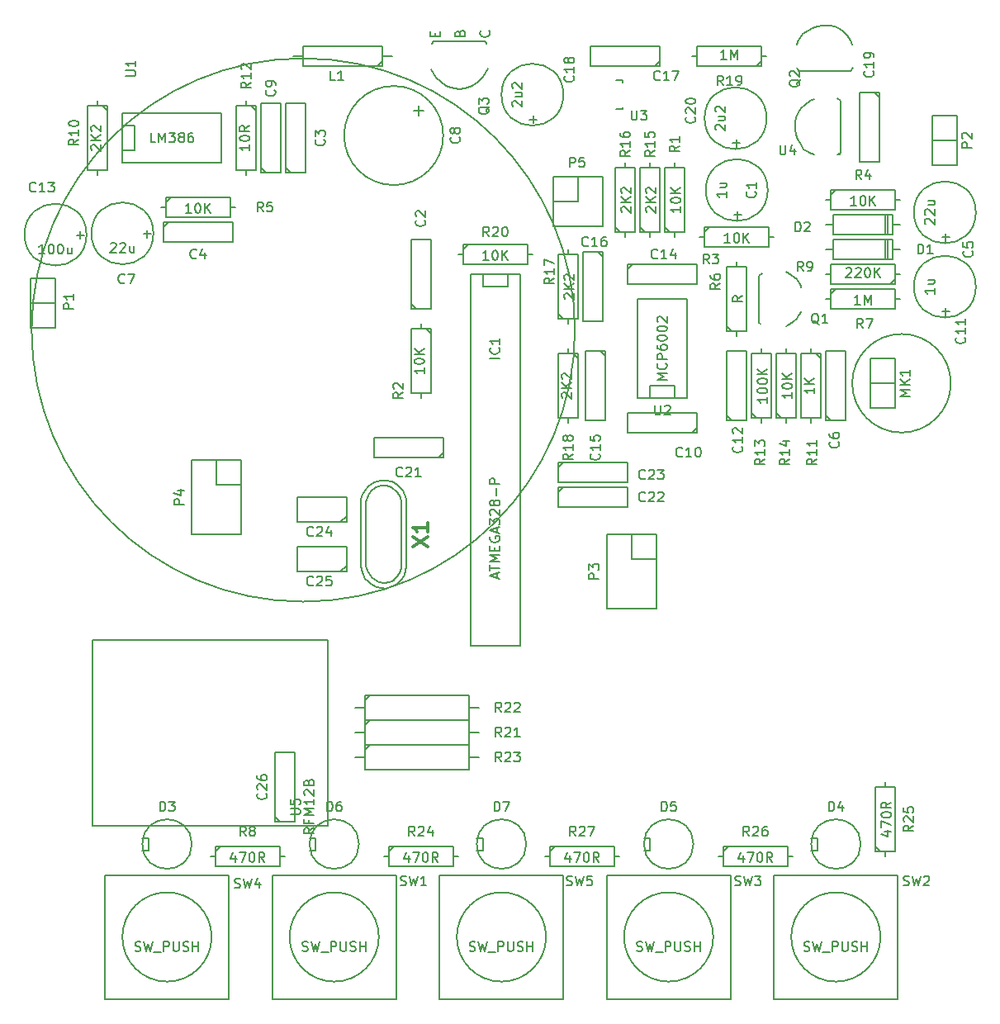
<source format=gto>
%FSLAX34Y34*%
G04 Gerber Fmt 3.4, Leading zero omitted, Abs format*
G04 (created by PCBNEW (2014-03-19 BZR 4756)-product) date Sat 27 Dec 2014 10:23:05 GMT*
%MOIN*%
G01*
G70*
G90*
G04 APERTURE LIST*
%ADD10C,0.005906*%
%ADD11C,0.007874*%
%ADD12C,0.012000*%
G04 APERTURE END LIST*
G54D10*
G54D11*
X77390Y-31900D02*
G75*
G03X77390Y-31900I-1990J0D01*
G74*
G01*
X62215Y-29750D02*
G75*
G03X62215Y-29750I-10965J0D01*
G74*
G01*
G54D10*
X63880Y-19659D02*
X64156Y-19659D01*
X64156Y-19659D02*
X64156Y-19757D01*
X64156Y-20761D02*
X64156Y-20840D01*
X64156Y-20840D02*
X63880Y-20840D01*
X52250Y-49750D02*
X52250Y-42250D01*
X52250Y-42250D02*
X42750Y-42250D01*
X42750Y-42250D02*
X42750Y-49750D01*
X42750Y-49750D02*
X52250Y-49750D01*
X72950Y-20500D02*
X72800Y-20400D01*
X71690Y-22600D02*
X71875Y-22680D01*
X72895Y-22650D02*
X72825Y-22680D01*
X71710Y-20505D02*
X71875Y-20435D01*
X71100Y-21550D02*
X71100Y-21350D01*
X71100Y-21350D02*
X71150Y-21150D01*
X71150Y-21150D02*
X71250Y-20950D01*
X71250Y-20950D02*
X71350Y-20800D01*
X71350Y-20800D02*
X71500Y-20650D01*
X71500Y-20650D02*
X71700Y-20500D01*
X71700Y-22600D02*
X71450Y-22450D01*
X71450Y-22450D02*
X71300Y-22200D01*
X71300Y-22200D02*
X71200Y-22050D01*
X71200Y-22050D02*
X71150Y-21850D01*
X71150Y-21850D02*
X71100Y-21650D01*
X71100Y-21650D02*
X71100Y-21550D01*
X72950Y-22600D02*
X72850Y-22650D01*
X72950Y-22600D02*
X72950Y-20500D01*
X73350Y-19300D02*
X73450Y-19150D01*
X71250Y-18040D02*
X71170Y-18225D01*
X71200Y-19245D02*
X71170Y-19175D01*
X73345Y-18060D02*
X73415Y-18225D01*
X72300Y-17450D02*
X72500Y-17450D01*
X72500Y-17450D02*
X72700Y-17500D01*
X72700Y-17500D02*
X72900Y-17600D01*
X72900Y-17600D02*
X73050Y-17700D01*
X73050Y-17700D02*
X73200Y-17850D01*
X73200Y-17850D02*
X73350Y-18050D01*
X71250Y-18050D02*
X71400Y-17800D01*
X71400Y-17800D02*
X71650Y-17650D01*
X71650Y-17650D02*
X71800Y-17550D01*
X71800Y-17550D02*
X72000Y-17500D01*
X72000Y-17500D02*
X72200Y-17450D01*
X72200Y-17450D02*
X72300Y-17450D01*
X71250Y-19300D02*
X71200Y-19200D01*
X71250Y-19300D02*
X73350Y-19300D01*
X56500Y-18100D02*
X56450Y-18200D01*
X58600Y-18100D02*
X58650Y-18200D01*
X58705Y-19210D02*
X58625Y-19355D01*
X58625Y-19355D02*
X58505Y-19545D01*
X58505Y-19545D02*
X58315Y-19745D01*
X58315Y-19745D02*
X58065Y-19900D01*
X58065Y-19900D02*
X57770Y-20000D01*
X57770Y-20000D02*
X57540Y-20020D01*
X57540Y-20020D02*
X57220Y-19975D01*
X57220Y-19975D02*
X57015Y-19900D01*
X57015Y-19900D02*
X56795Y-19745D01*
X56795Y-19745D02*
X56610Y-19565D01*
X56610Y-19565D02*
X56495Y-19395D01*
X56495Y-19395D02*
X56410Y-19225D01*
X58600Y-18100D02*
X56500Y-18100D01*
X69650Y-29450D02*
X69725Y-29495D01*
X71350Y-29000D02*
X71305Y-29090D01*
X71305Y-29090D02*
X71250Y-29170D01*
X71250Y-29170D02*
X71160Y-29300D01*
X71160Y-29300D02*
X71015Y-29425D01*
X71015Y-29425D02*
X70915Y-29505D01*
X70915Y-29505D02*
X70810Y-29565D01*
X70810Y-29565D02*
X70740Y-29595D01*
X70740Y-27410D02*
X70840Y-27460D01*
X70840Y-27460D02*
X70945Y-27520D01*
X70945Y-27520D02*
X71070Y-27615D01*
X71070Y-27615D02*
X71160Y-27710D01*
X71160Y-27710D02*
X71265Y-27850D01*
X71265Y-27850D02*
X71330Y-27965D01*
X71330Y-27965D02*
X71350Y-28020D01*
X71350Y-28020D02*
X71355Y-28020D01*
X69650Y-27550D02*
X69775Y-27475D01*
X69650Y-28500D02*
X69650Y-29450D01*
X69650Y-28500D02*
X69650Y-27550D01*
X70000Y-24100D02*
G75*
G03X70000Y-24100I-1250J0D01*
G74*
G01*
X78400Y-25000D02*
G75*
G03X78400Y-25000I-1250J0D01*
G74*
G01*
X45200Y-25850D02*
G75*
G03X45200Y-25850I-1250J0D01*
G74*
G01*
X78400Y-28000D02*
G75*
G03X78400Y-28000I-1250J0D01*
G74*
G01*
X42500Y-25900D02*
G75*
G03X42500Y-25900I-1250J0D01*
G74*
G01*
X61750Y-20250D02*
G75*
G03X61750Y-20250I-1250J0D01*
G74*
G01*
X69950Y-21200D02*
G75*
G03X69950Y-21200I-1250J0D01*
G74*
G01*
X75350Y-26500D02*
X75050Y-26500D01*
X75050Y-26500D02*
X75050Y-26100D01*
X75050Y-26100D02*
X72650Y-26100D01*
X72650Y-26100D02*
X72650Y-26500D01*
X72650Y-26500D02*
X72350Y-26500D01*
X72650Y-26500D02*
X72650Y-26900D01*
X72650Y-26900D02*
X75050Y-26900D01*
X75050Y-26900D02*
X75050Y-26500D01*
X74850Y-26100D02*
X74850Y-26900D01*
X74750Y-26900D02*
X74750Y-26100D01*
X75350Y-25500D02*
X75050Y-25500D01*
X75050Y-25500D02*
X75050Y-25100D01*
X75050Y-25100D02*
X72650Y-25100D01*
X72650Y-25100D02*
X72650Y-25500D01*
X72650Y-25500D02*
X72350Y-25500D01*
X72650Y-25500D02*
X72650Y-25900D01*
X72650Y-25900D02*
X75050Y-25900D01*
X75050Y-25900D02*
X75050Y-25500D01*
X74850Y-25100D02*
X74850Y-25900D01*
X74750Y-25900D02*
X74750Y-25100D01*
X46750Y-50500D02*
G75*
G03X46750Y-50500I-1000J0D01*
G74*
G01*
X44750Y-50750D02*
X45000Y-50750D01*
X45000Y-50750D02*
X45000Y-50250D01*
X45000Y-50250D02*
X44750Y-50250D01*
X73750Y-50500D02*
G75*
G03X73750Y-50500I-1000J0D01*
G74*
G01*
X71750Y-50750D02*
X72000Y-50750D01*
X72000Y-50750D02*
X72000Y-50250D01*
X72000Y-50250D02*
X71750Y-50250D01*
X67000Y-50500D02*
G75*
G03X67000Y-50500I-1000J0D01*
G74*
G01*
X65000Y-50750D02*
X65250Y-50750D01*
X65250Y-50750D02*
X65250Y-50250D01*
X65250Y-50250D02*
X65000Y-50250D01*
X60000Y-27500D02*
X60000Y-42500D01*
X60000Y-42500D02*
X58000Y-42500D01*
X58000Y-42500D02*
X58000Y-27500D01*
X58000Y-27500D02*
X60000Y-27500D01*
X59500Y-27500D02*
X59500Y-28000D01*
X59500Y-28000D02*
X58500Y-28000D01*
X58500Y-28000D02*
X58500Y-27500D01*
X54850Y-18700D02*
X54450Y-18700D01*
X54450Y-18700D02*
X54450Y-19100D01*
X54450Y-19100D02*
X51250Y-19100D01*
X51250Y-19100D02*
X51250Y-18300D01*
X51250Y-18300D02*
X54450Y-18300D01*
X54450Y-18300D02*
X54450Y-18700D01*
X54450Y-18900D02*
X54250Y-19100D01*
X50850Y-18700D02*
X51250Y-18700D01*
X43950Y-21500D02*
X44450Y-21500D01*
X44450Y-21500D02*
X44450Y-22500D01*
X44450Y-22500D02*
X43950Y-22500D01*
X43950Y-21000D02*
X47950Y-21000D01*
X47950Y-21000D02*
X47950Y-23000D01*
X47950Y-23000D02*
X43950Y-23000D01*
X43950Y-23000D02*
X43950Y-21000D01*
X65250Y-32500D02*
X65250Y-32000D01*
X65250Y-32000D02*
X66250Y-32000D01*
X66250Y-32000D02*
X66250Y-32500D01*
X64750Y-32500D02*
X64750Y-28500D01*
X64750Y-28500D02*
X66750Y-28500D01*
X66750Y-28500D02*
X66750Y-32500D01*
X66750Y-32500D02*
X64750Y-32500D01*
X54894Y-39850D02*
X54736Y-39929D01*
X54736Y-39929D02*
X54500Y-39969D01*
X54500Y-39969D02*
X54303Y-39929D01*
X54303Y-39929D02*
X54028Y-39772D01*
X54028Y-39772D02*
X53870Y-39535D01*
X53870Y-39535D02*
X53791Y-39299D01*
X53791Y-39299D02*
X53791Y-36701D01*
X53791Y-36701D02*
X53870Y-36425D01*
X53870Y-36425D02*
X53988Y-36268D01*
X53988Y-36268D02*
X54185Y-36110D01*
X54185Y-36110D02*
X54421Y-36031D01*
X54421Y-36031D02*
X54618Y-36031D01*
X54618Y-36031D02*
X54815Y-36110D01*
X54815Y-36110D02*
X55051Y-36307D01*
X55051Y-36307D02*
X55169Y-36504D01*
X55169Y-36504D02*
X55209Y-36701D01*
X55209Y-36740D02*
X55209Y-39339D01*
X55209Y-39339D02*
X55169Y-39496D01*
X55169Y-39496D02*
X55051Y-39693D01*
X55051Y-39693D02*
X54854Y-39890D01*
X55417Y-36744D02*
X55398Y-36563D01*
X55398Y-36563D02*
X55354Y-36406D01*
X55354Y-36406D02*
X55268Y-36236D01*
X55268Y-36236D02*
X55177Y-36122D01*
X55177Y-36122D02*
X55039Y-35992D01*
X55039Y-35992D02*
X54827Y-35878D01*
X54827Y-35878D02*
X54591Y-35827D01*
X54591Y-35827D02*
X54390Y-35827D01*
X54390Y-35827D02*
X54114Y-35894D01*
X54114Y-35894D02*
X53882Y-36051D01*
X53882Y-36051D02*
X53736Y-36232D01*
X53736Y-36232D02*
X53654Y-36398D01*
X53654Y-36398D02*
X53591Y-36575D01*
X53591Y-36575D02*
X53579Y-36748D01*
X53665Y-39638D02*
X53752Y-39787D01*
X53752Y-39787D02*
X53862Y-39913D01*
X53862Y-39913D02*
X53992Y-40012D01*
X53992Y-40012D02*
X54209Y-40130D01*
X54209Y-40130D02*
X54394Y-40173D01*
X54394Y-40173D02*
X54575Y-40181D01*
X54575Y-40181D02*
X54756Y-40146D01*
X54756Y-40146D02*
X54933Y-40071D01*
X54933Y-40071D02*
X55118Y-39929D01*
X55118Y-39929D02*
X55244Y-39791D01*
X55244Y-39791D02*
X55335Y-39638D01*
X55335Y-39638D02*
X55390Y-39469D01*
X55390Y-39469D02*
X55417Y-39295D01*
X53583Y-36740D02*
X53583Y-39280D01*
X53583Y-39280D02*
X53598Y-39445D01*
X53598Y-39445D02*
X53665Y-39638D01*
X55417Y-36740D02*
X55417Y-39280D01*
X53500Y-50500D02*
G75*
G03X53500Y-50500I-1000J0D01*
G74*
G01*
X51500Y-50750D02*
X51750Y-50750D01*
X51750Y-50750D02*
X51750Y-50250D01*
X51750Y-50250D02*
X51500Y-50250D01*
X75150Y-31900D02*
X74150Y-31900D01*
X75150Y-32900D02*
X74150Y-32900D01*
X74150Y-32900D02*
X74150Y-31900D01*
X74150Y-31900D02*
X74150Y-30900D01*
X74150Y-30900D02*
X75150Y-30900D01*
X75150Y-30900D02*
X75150Y-32900D01*
X40250Y-28650D02*
X41250Y-28650D01*
X40250Y-27650D02*
X41250Y-27650D01*
X41250Y-27650D02*
X41250Y-28650D01*
X41250Y-28650D02*
X41250Y-29650D01*
X41250Y-29650D02*
X40250Y-29650D01*
X40250Y-29650D02*
X40250Y-27650D01*
X77650Y-22100D02*
X76650Y-22100D01*
X77650Y-23100D02*
X76650Y-23100D01*
X76650Y-23100D02*
X76650Y-22100D01*
X76650Y-22100D02*
X76650Y-21100D01*
X76650Y-21100D02*
X77650Y-21100D01*
X77650Y-21100D02*
X77650Y-23100D01*
X64500Y-38000D02*
X64500Y-39000D01*
X64500Y-39000D02*
X65500Y-39000D01*
X65500Y-38000D02*
X65500Y-41000D01*
X65500Y-41000D02*
X63500Y-41000D01*
X63500Y-41000D02*
X63500Y-39000D01*
X65500Y-38000D02*
X64500Y-38000D01*
X63500Y-38000D02*
X64500Y-38000D01*
X63500Y-39000D02*
X63500Y-38000D01*
X55600Y-28900D02*
X55600Y-26100D01*
X55600Y-26100D02*
X56400Y-26100D01*
X56400Y-26100D02*
X56400Y-28900D01*
X56400Y-28900D02*
X55600Y-28900D01*
X55800Y-28900D02*
X55600Y-28700D01*
X50550Y-23400D02*
X50550Y-20600D01*
X50550Y-20600D02*
X51350Y-20600D01*
X51350Y-20600D02*
X51350Y-23400D01*
X51350Y-23400D02*
X50550Y-23400D01*
X50750Y-23400D02*
X50550Y-23200D01*
X45600Y-25400D02*
X48400Y-25400D01*
X48400Y-25400D02*
X48400Y-26200D01*
X48400Y-26200D02*
X45600Y-26200D01*
X45600Y-26200D02*
X45600Y-25400D01*
X45600Y-25600D02*
X45800Y-25400D01*
X56100Y-20900D02*
X55700Y-20900D01*
X55900Y-20700D02*
X55900Y-21100D01*
X56900Y-21900D02*
G75*
G03X56900Y-21900I-2000J0D01*
G74*
G01*
X49550Y-23400D02*
X49550Y-20600D01*
X49550Y-20600D02*
X50350Y-20600D01*
X50350Y-20600D02*
X50350Y-23400D01*
X50350Y-23400D02*
X49550Y-23400D01*
X49750Y-23400D02*
X49550Y-23200D01*
X67150Y-33900D02*
X64350Y-33900D01*
X64350Y-33900D02*
X64350Y-33100D01*
X64350Y-33100D02*
X67150Y-33100D01*
X67150Y-33100D02*
X67150Y-33900D01*
X67150Y-33700D02*
X66950Y-33900D01*
X68350Y-33400D02*
X68350Y-30600D01*
X68350Y-30600D02*
X69150Y-30600D01*
X69150Y-30600D02*
X69150Y-33400D01*
X69150Y-33400D02*
X68350Y-33400D01*
X68550Y-33400D02*
X68350Y-33200D01*
X64350Y-27100D02*
X67150Y-27100D01*
X67150Y-27100D02*
X67150Y-27900D01*
X67150Y-27900D02*
X64350Y-27900D01*
X64350Y-27900D02*
X64350Y-27100D01*
X64350Y-27300D02*
X64550Y-27100D01*
X63450Y-30600D02*
X63450Y-33400D01*
X63450Y-33400D02*
X62650Y-33400D01*
X62650Y-33400D02*
X62650Y-30600D01*
X62650Y-30600D02*
X63450Y-30600D01*
X63250Y-30600D02*
X63450Y-30800D01*
X63350Y-26600D02*
X63350Y-29400D01*
X63350Y-29400D02*
X62550Y-29400D01*
X62550Y-29400D02*
X62550Y-26600D01*
X62550Y-26600D02*
X63350Y-26600D01*
X63150Y-26600D02*
X63350Y-26800D01*
X65650Y-19100D02*
X62850Y-19100D01*
X62850Y-19100D02*
X62850Y-18300D01*
X62850Y-18300D02*
X65650Y-18300D01*
X65650Y-18300D02*
X65650Y-19100D01*
X65650Y-18900D02*
X65450Y-19100D01*
X74500Y-20150D02*
X74500Y-22950D01*
X74500Y-22950D02*
X73700Y-22950D01*
X73700Y-22950D02*
X73700Y-20150D01*
X73700Y-20150D02*
X74500Y-20150D01*
X74300Y-20150D02*
X74500Y-20350D01*
X56900Y-34900D02*
X54100Y-34900D01*
X54100Y-34900D02*
X54100Y-34100D01*
X54100Y-34100D02*
X56900Y-34100D01*
X56900Y-34100D02*
X56900Y-34900D01*
X56900Y-34700D02*
X56700Y-34900D01*
X61550Y-36100D02*
X64350Y-36100D01*
X64350Y-36100D02*
X64350Y-36900D01*
X64350Y-36900D02*
X61550Y-36900D01*
X61550Y-36900D02*
X61550Y-36100D01*
X61550Y-36300D02*
X61750Y-36100D01*
X61550Y-35100D02*
X64350Y-35100D01*
X64350Y-35100D02*
X64350Y-35900D01*
X64350Y-35900D02*
X61550Y-35900D01*
X61550Y-35900D02*
X61550Y-35100D01*
X61550Y-35300D02*
X61750Y-35100D01*
X52980Y-37500D02*
X51000Y-37500D01*
X51000Y-37500D02*
X51000Y-36500D01*
X51000Y-36500D02*
X53000Y-36500D01*
X53000Y-36500D02*
X53000Y-37500D01*
X53000Y-37250D02*
X52750Y-37500D01*
X52980Y-39500D02*
X51000Y-39500D01*
X51000Y-39500D02*
X51000Y-38500D01*
X51000Y-38500D02*
X53000Y-38500D01*
X53000Y-38500D02*
X53000Y-39500D01*
X53000Y-39250D02*
X52750Y-39500D01*
X60250Y-50500D02*
G75*
G03X60250Y-50500I-1000J0D01*
G74*
G01*
X58250Y-50750D02*
X58500Y-50750D01*
X58500Y-50750D02*
X58500Y-50250D01*
X58500Y-50250D02*
X58250Y-50250D01*
X53350Y-46000D02*
X53750Y-46000D01*
X58350Y-46000D02*
X57950Y-46000D01*
X57950Y-45500D02*
X57950Y-46500D01*
X57950Y-46500D02*
X53750Y-46500D01*
X53750Y-46500D02*
X53750Y-45500D01*
X53750Y-45500D02*
X57950Y-45500D01*
X53750Y-45700D02*
X53950Y-45500D01*
X53350Y-45000D02*
X53750Y-45000D01*
X58350Y-45000D02*
X57950Y-45000D01*
X57950Y-44500D02*
X57950Y-45500D01*
X57950Y-45500D02*
X53750Y-45500D01*
X53750Y-45500D02*
X53750Y-44500D01*
X53750Y-44500D02*
X57950Y-44500D01*
X53750Y-44700D02*
X53950Y-44500D01*
X53350Y-47000D02*
X53750Y-47000D01*
X58350Y-47000D02*
X57950Y-47000D01*
X57950Y-46500D02*
X57950Y-47500D01*
X57950Y-47500D02*
X53750Y-47500D01*
X53750Y-47500D02*
X53750Y-46500D01*
X53750Y-46500D02*
X57950Y-46500D01*
X53750Y-46700D02*
X53950Y-46500D01*
X72350Y-33400D02*
X72350Y-30600D01*
X72350Y-30600D02*
X73150Y-30600D01*
X73150Y-30600D02*
X73150Y-33400D01*
X73150Y-33400D02*
X72350Y-33400D01*
X72550Y-33400D02*
X72350Y-33200D01*
X61000Y-51000D02*
X61200Y-51000D01*
X64000Y-51000D02*
X63800Y-51000D01*
X63800Y-51000D02*
X63800Y-50600D01*
X63800Y-50600D02*
X61200Y-50600D01*
X61200Y-50600D02*
X61200Y-51400D01*
X61200Y-51400D02*
X63800Y-51400D01*
X63800Y-51400D02*
X63800Y-51000D01*
X61200Y-50800D02*
X61400Y-50600D01*
X68000Y-51000D02*
X68200Y-51000D01*
X71000Y-51000D02*
X70800Y-51000D01*
X70800Y-51000D02*
X70800Y-50600D01*
X70800Y-50600D02*
X68200Y-50600D01*
X68200Y-50600D02*
X68200Y-51400D01*
X68200Y-51400D02*
X70800Y-51400D01*
X70800Y-51400D02*
X70800Y-51000D01*
X68200Y-50800D02*
X68400Y-50600D01*
X74750Y-51000D02*
X74750Y-50800D01*
X74750Y-48000D02*
X74750Y-48200D01*
X74750Y-48200D02*
X74350Y-48200D01*
X74350Y-48200D02*
X74350Y-50800D01*
X74350Y-50800D02*
X75150Y-50800D01*
X75150Y-50800D02*
X75150Y-48200D01*
X75150Y-48200D02*
X74750Y-48200D01*
X74550Y-50800D02*
X74350Y-50600D01*
X54500Y-51000D02*
X54700Y-51000D01*
X57500Y-51000D02*
X57300Y-51000D01*
X57300Y-51000D02*
X57300Y-50600D01*
X57300Y-50600D02*
X54700Y-50600D01*
X54700Y-50600D02*
X54700Y-51400D01*
X54700Y-51400D02*
X57300Y-51400D01*
X57300Y-51400D02*
X57300Y-51000D01*
X54700Y-50800D02*
X54900Y-50600D01*
X57500Y-26700D02*
X57700Y-26700D01*
X60500Y-26700D02*
X60300Y-26700D01*
X60300Y-26700D02*
X60300Y-26300D01*
X60300Y-26300D02*
X57700Y-26300D01*
X57700Y-26300D02*
X57700Y-27100D01*
X57700Y-27100D02*
X60300Y-27100D01*
X60300Y-27100D02*
X60300Y-26700D01*
X57700Y-26500D02*
X57900Y-26300D01*
X69950Y-18700D02*
X69750Y-18700D01*
X66950Y-18700D02*
X67150Y-18700D01*
X67150Y-18700D02*
X67150Y-19100D01*
X67150Y-19100D02*
X69750Y-19100D01*
X69750Y-19100D02*
X69750Y-18300D01*
X69750Y-18300D02*
X67150Y-18300D01*
X67150Y-18300D02*
X67150Y-18700D01*
X69750Y-18900D02*
X69550Y-19100D01*
X61950Y-30500D02*
X61950Y-30700D01*
X61950Y-33500D02*
X61950Y-33300D01*
X61950Y-33300D02*
X62350Y-33300D01*
X62350Y-33300D02*
X62350Y-30700D01*
X62350Y-30700D02*
X61550Y-30700D01*
X61550Y-30700D02*
X61550Y-33300D01*
X61550Y-33300D02*
X61950Y-33300D01*
X62150Y-30700D02*
X62350Y-30900D01*
X61950Y-29500D02*
X61950Y-29300D01*
X61950Y-26500D02*
X61950Y-26700D01*
X61950Y-26700D02*
X61550Y-26700D01*
X61550Y-26700D02*
X61550Y-29300D01*
X61550Y-29300D02*
X62350Y-29300D01*
X62350Y-29300D02*
X62350Y-26700D01*
X62350Y-26700D02*
X61950Y-26700D01*
X61750Y-29300D02*
X61550Y-29100D01*
X64250Y-26000D02*
X64250Y-25800D01*
X64250Y-23000D02*
X64250Y-23200D01*
X64250Y-23200D02*
X63850Y-23200D01*
X63850Y-23200D02*
X63850Y-25800D01*
X63850Y-25800D02*
X64650Y-25800D01*
X64650Y-25800D02*
X64650Y-23200D01*
X64650Y-23200D02*
X64250Y-23200D01*
X64050Y-25800D02*
X63850Y-25600D01*
X65250Y-26000D02*
X65250Y-25800D01*
X65250Y-23000D02*
X65250Y-23200D01*
X65250Y-23200D02*
X64850Y-23200D01*
X64850Y-23200D02*
X64850Y-25800D01*
X64850Y-25800D02*
X65650Y-25800D01*
X65650Y-25800D02*
X65650Y-23200D01*
X65650Y-23200D02*
X65250Y-23200D01*
X65050Y-25800D02*
X64850Y-25600D01*
X70750Y-33500D02*
X70750Y-33300D01*
X70750Y-30500D02*
X70750Y-30700D01*
X70750Y-30700D02*
X70350Y-30700D01*
X70350Y-30700D02*
X70350Y-33300D01*
X70350Y-33300D02*
X71150Y-33300D01*
X71150Y-33300D02*
X71150Y-30700D01*
X71150Y-30700D02*
X70750Y-30700D01*
X70550Y-33300D02*
X70350Y-33100D01*
X69750Y-33500D02*
X69750Y-33300D01*
X69750Y-30500D02*
X69750Y-30700D01*
X69750Y-30700D02*
X69350Y-30700D01*
X69350Y-30700D02*
X69350Y-33300D01*
X69350Y-33300D02*
X70150Y-33300D01*
X70150Y-33300D02*
X70150Y-30700D01*
X70150Y-30700D02*
X69750Y-30700D01*
X69550Y-33300D02*
X69350Y-33100D01*
X48950Y-20500D02*
X48950Y-20700D01*
X48950Y-23500D02*
X48950Y-23300D01*
X48950Y-23300D02*
X49350Y-23300D01*
X49350Y-23300D02*
X49350Y-20700D01*
X49350Y-20700D02*
X48550Y-20700D01*
X48550Y-20700D02*
X48550Y-23300D01*
X48550Y-23300D02*
X48950Y-23300D01*
X49150Y-20700D02*
X49350Y-20900D01*
X71750Y-30500D02*
X71750Y-30700D01*
X71750Y-33500D02*
X71750Y-33300D01*
X71750Y-33300D02*
X72150Y-33300D01*
X72150Y-33300D02*
X72150Y-30700D01*
X72150Y-30700D02*
X71350Y-30700D01*
X71350Y-30700D02*
X71350Y-33300D01*
X71350Y-33300D02*
X71750Y-33300D01*
X71950Y-30700D02*
X72150Y-30900D01*
X42950Y-20500D02*
X42950Y-20700D01*
X42950Y-23500D02*
X42950Y-23300D01*
X42950Y-23300D02*
X43350Y-23300D01*
X43350Y-23300D02*
X43350Y-20700D01*
X43350Y-20700D02*
X42550Y-20700D01*
X42550Y-20700D02*
X42550Y-23300D01*
X42550Y-23300D02*
X42950Y-23300D01*
X43150Y-20700D02*
X43350Y-20900D01*
X75350Y-27500D02*
X75150Y-27500D01*
X72350Y-27500D02*
X72550Y-27500D01*
X72550Y-27500D02*
X72550Y-27900D01*
X72550Y-27900D02*
X75150Y-27900D01*
X75150Y-27900D02*
X75150Y-27100D01*
X75150Y-27100D02*
X72550Y-27100D01*
X72550Y-27100D02*
X72550Y-27500D01*
X75150Y-27700D02*
X74950Y-27900D01*
X47500Y-51000D02*
X47700Y-51000D01*
X50500Y-51000D02*
X50300Y-51000D01*
X50300Y-51000D02*
X50300Y-50600D01*
X50300Y-50600D02*
X47700Y-50600D01*
X47700Y-50600D02*
X47700Y-51400D01*
X47700Y-51400D02*
X50300Y-51400D01*
X50300Y-51400D02*
X50300Y-51000D01*
X47700Y-50800D02*
X47900Y-50600D01*
X72350Y-28500D02*
X72550Y-28500D01*
X75350Y-28500D02*
X75150Y-28500D01*
X75150Y-28500D02*
X75150Y-28100D01*
X75150Y-28100D02*
X72550Y-28100D01*
X72550Y-28100D02*
X72550Y-28900D01*
X72550Y-28900D02*
X75150Y-28900D01*
X75150Y-28900D02*
X75150Y-28500D01*
X72550Y-28300D02*
X72750Y-28100D01*
X68750Y-30000D02*
X68750Y-29800D01*
X68750Y-27000D02*
X68750Y-27200D01*
X68750Y-27200D02*
X68350Y-27200D01*
X68350Y-27200D02*
X68350Y-29800D01*
X68350Y-29800D02*
X69150Y-29800D01*
X69150Y-29800D02*
X69150Y-27200D01*
X69150Y-27200D02*
X68750Y-27200D01*
X68550Y-29800D02*
X68350Y-29600D01*
X45500Y-24800D02*
X45700Y-24800D01*
X48500Y-24800D02*
X48300Y-24800D01*
X48300Y-24800D02*
X48300Y-24400D01*
X48300Y-24400D02*
X45700Y-24400D01*
X45700Y-24400D02*
X45700Y-25200D01*
X45700Y-25200D02*
X48300Y-25200D01*
X48300Y-25200D02*
X48300Y-24800D01*
X45700Y-24600D02*
X45900Y-24400D01*
X72350Y-24500D02*
X72550Y-24500D01*
X75350Y-24500D02*
X75150Y-24500D01*
X75150Y-24500D02*
X75150Y-24100D01*
X75150Y-24100D02*
X72550Y-24100D01*
X72550Y-24100D02*
X72550Y-24900D01*
X72550Y-24900D02*
X75150Y-24900D01*
X75150Y-24900D02*
X75150Y-24500D01*
X72550Y-24300D02*
X72750Y-24100D01*
X67250Y-26000D02*
X67450Y-26000D01*
X70250Y-26000D02*
X70050Y-26000D01*
X70050Y-26000D02*
X70050Y-25600D01*
X70050Y-25600D02*
X67450Y-25600D01*
X67450Y-25600D02*
X67450Y-26400D01*
X67450Y-26400D02*
X70050Y-26400D01*
X70050Y-26400D02*
X70050Y-26000D01*
X67450Y-25800D02*
X67650Y-25600D01*
X56000Y-29500D02*
X56000Y-29700D01*
X56000Y-32500D02*
X56000Y-32300D01*
X56000Y-32300D02*
X56400Y-32300D01*
X56400Y-32300D02*
X56400Y-29700D01*
X56400Y-29700D02*
X55600Y-29700D01*
X55600Y-29700D02*
X55600Y-32300D01*
X55600Y-32300D02*
X56000Y-32300D01*
X56200Y-29700D02*
X56400Y-29900D01*
X66250Y-26000D02*
X66250Y-25800D01*
X66250Y-23000D02*
X66250Y-23200D01*
X66250Y-23200D02*
X65850Y-23200D01*
X65850Y-23200D02*
X65850Y-25800D01*
X65850Y-25800D02*
X66650Y-25800D01*
X66650Y-25800D02*
X66650Y-23200D01*
X66650Y-23200D02*
X66250Y-23200D01*
X66050Y-25800D02*
X65850Y-25600D01*
X54302Y-54250D02*
G75*
G03X54302Y-54250I-1802J0D01*
G74*
G01*
X50000Y-51750D02*
X55000Y-51750D01*
X55000Y-51750D02*
X55000Y-56750D01*
X55000Y-56750D02*
X50000Y-56750D01*
X50000Y-56750D02*
X50000Y-51750D01*
X74552Y-54250D02*
G75*
G03X74552Y-54250I-1802J0D01*
G74*
G01*
X70250Y-51750D02*
X75250Y-51750D01*
X75250Y-51750D02*
X75250Y-56750D01*
X75250Y-56750D02*
X70250Y-56750D01*
X70250Y-56750D02*
X70250Y-51750D01*
X67802Y-54250D02*
G75*
G03X67802Y-54250I-1802J0D01*
G74*
G01*
X63500Y-51750D02*
X68500Y-51750D01*
X68500Y-51750D02*
X68500Y-56750D01*
X68500Y-56750D02*
X63500Y-56750D01*
X63500Y-56750D02*
X63500Y-51750D01*
X47552Y-54250D02*
G75*
G03X47552Y-54250I-1802J0D01*
G74*
G01*
X43250Y-51750D02*
X48250Y-51750D01*
X48250Y-51750D02*
X48250Y-56750D01*
X48250Y-56750D02*
X43250Y-56750D01*
X43250Y-56750D02*
X43250Y-51750D01*
X61052Y-54250D02*
G75*
G03X61052Y-54250I-1802J0D01*
G74*
G01*
X56750Y-51750D02*
X61750Y-51750D01*
X61750Y-51750D02*
X61750Y-56750D01*
X61750Y-56750D02*
X56750Y-56750D01*
X56750Y-56750D02*
X56750Y-51750D01*
X47750Y-35000D02*
X47750Y-36000D01*
X47750Y-36000D02*
X48750Y-36000D01*
X48750Y-35000D02*
X48750Y-38000D01*
X48750Y-38000D02*
X46750Y-38000D01*
X46750Y-38000D02*
X46750Y-36000D01*
X48750Y-35000D02*
X47750Y-35000D01*
X46750Y-35000D02*
X47750Y-35000D01*
X46750Y-36000D02*
X46750Y-35000D01*
X61350Y-24550D02*
X61350Y-23550D01*
X61350Y-23550D02*
X62350Y-23550D01*
X62350Y-23550D02*
X62350Y-24550D01*
X62350Y-24550D02*
X61350Y-24550D01*
X61350Y-24550D02*
X61350Y-25550D01*
X61350Y-25550D02*
X63350Y-25550D01*
X63350Y-25550D02*
X63350Y-23550D01*
X63350Y-23550D02*
X62350Y-23550D01*
X50100Y-49600D02*
X50100Y-46800D01*
X50100Y-46800D02*
X50900Y-46800D01*
X50900Y-46800D02*
X50900Y-49600D01*
X50900Y-49600D02*
X50100Y-49600D01*
X50300Y-49600D02*
X50100Y-49400D01*
X64500Y-20884D02*
X64500Y-21203D01*
X64518Y-21240D01*
X64537Y-21259D01*
X64575Y-21278D01*
X64650Y-21278D01*
X64687Y-21259D01*
X64706Y-21240D01*
X64725Y-21203D01*
X64725Y-20884D01*
X64874Y-20884D02*
X65118Y-20884D01*
X64987Y-21034D01*
X65043Y-21034D01*
X65081Y-21053D01*
X65099Y-21071D01*
X65118Y-21109D01*
X65118Y-21203D01*
X65099Y-21240D01*
X65081Y-21259D01*
X65043Y-21278D01*
X64931Y-21278D01*
X64893Y-21259D01*
X64874Y-21240D01*
X50733Y-49299D02*
X51051Y-49299D01*
X51089Y-49281D01*
X51108Y-49262D01*
X51126Y-49224D01*
X51126Y-49149D01*
X51108Y-49112D01*
X51089Y-49093D01*
X51051Y-49074D01*
X50733Y-49074D01*
X50733Y-48700D02*
X50733Y-48887D01*
X50920Y-48906D01*
X50901Y-48887D01*
X50883Y-48850D01*
X50883Y-48756D01*
X50901Y-48718D01*
X50920Y-48700D01*
X50958Y-48681D01*
X51051Y-48681D01*
X51089Y-48700D01*
X51108Y-48718D01*
X51126Y-48756D01*
X51126Y-48850D01*
X51108Y-48887D01*
X51089Y-48906D01*
X51678Y-49843D02*
X51490Y-49974D01*
X51678Y-50068D02*
X51284Y-50068D01*
X51284Y-49918D01*
X51303Y-49881D01*
X51321Y-49862D01*
X51359Y-49843D01*
X51415Y-49843D01*
X51453Y-49862D01*
X51471Y-49881D01*
X51490Y-49918D01*
X51490Y-50068D01*
X51471Y-49543D02*
X51471Y-49674D01*
X51678Y-49674D02*
X51284Y-49674D01*
X51284Y-49487D01*
X51678Y-49337D02*
X51284Y-49337D01*
X51565Y-49206D01*
X51284Y-49074D01*
X51678Y-49074D01*
X51678Y-48681D02*
X51678Y-48906D01*
X51678Y-48793D02*
X51284Y-48793D01*
X51340Y-48831D01*
X51378Y-48868D01*
X51396Y-48906D01*
X51321Y-48531D02*
X51303Y-48512D01*
X51284Y-48475D01*
X51284Y-48381D01*
X51303Y-48343D01*
X51321Y-48325D01*
X51359Y-48306D01*
X51396Y-48306D01*
X51453Y-48325D01*
X51678Y-48550D01*
X51678Y-48306D01*
X51471Y-48006D02*
X51490Y-47950D01*
X51509Y-47931D01*
X51546Y-47912D01*
X51603Y-47912D01*
X51640Y-47931D01*
X51659Y-47950D01*
X51678Y-47987D01*
X51678Y-48137D01*
X51284Y-48137D01*
X51284Y-48006D01*
X51303Y-47968D01*
X51321Y-47950D01*
X51359Y-47931D01*
X51396Y-47931D01*
X51434Y-47950D01*
X51453Y-47968D01*
X51471Y-48006D01*
X51471Y-48137D01*
X70500Y-22284D02*
X70500Y-22603D01*
X70518Y-22640D01*
X70537Y-22659D01*
X70575Y-22678D01*
X70650Y-22678D01*
X70687Y-22659D01*
X70706Y-22640D01*
X70725Y-22603D01*
X70725Y-22284D01*
X71081Y-22415D02*
X71081Y-22678D01*
X70987Y-22265D02*
X70893Y-22546D01*
X71137Y-22546D01*
X71315Y-19637D02*
X71296Y-19674D01*
X71259Y-19712D01*
X71203Y-19768D01*
X71184Y-19806D01*
X71184Y-19843D01*
X71278Y-19824D02*
X71259Y-19862D01*
X71221Y-19899D01*
X71146Y-19918D01*
X71015Y-19918D01*
X70940Y-19899D01*
X70903Y-19862D01*
X70884Y-19824D01*
X70884Y-19749D01*
X70903Y-19712D01*
X70940Y-19674D01*
X71015Y-19656D01*
X71146Y-19656D01*
X71221Y-19674D01*
X71259Y-19712D01*
X71278Y-19749D01*
X71278Y-19824D01*
X70921Y-19506D02*
X70903Y-19487D01*
X70884Y-19450D01*
X70884Y-19356D01*
X70903Y-19318D01*
X70921Y-19300D01*
X70959Y-19281D01*
X70996Y-19281D01*
X71053Y-19300D01*
X71278Y-19525D01*
X71278Y-19281D01*
X58765Y-20737D02*
X58746Y-20774D01*
X58709Y-20812D01*
X58653Y-20868D01*
X58634Y-20906D01*
X58634Y-20943D01*
X58728Y-20924D02*
X58709Y-20962D01*
X58671Y-20999D01*
X58596Y-21018D01*
X58465Y-21018D01*
X58390Y-20999D01*
X58353Y-20962D01*
X58334Y-20924D01*
X58334Y-20849D01*
X58353Y-20812D01*
X58390Y-20774D01*
X58465Y-20756D01*
X58596Y-20756D01*
X58671Y-20774D01*
X58709Y-20812D01*
X58728Y-20849D01*
X58728Y-20924D01*
X58334Y-20625D02*
X58334Y-20381D01*
X58484Y-20512D01*
X58484Y-20456D01*
X58503Y-20418D01*
X58521Y-20400D01*
X58559Y-20381D01*
X58653Y-20381D01*
X58690Y-20400D01*
X58709Y-20418D01*
X58728Y-20456D01*
X58728Y-20568D01*
X58709Y-20606D01*
X58690Y-20625D01*
X56571Y-17884D02*
X56571Y-17753D01*
X56778Y-17696D02*
X56778Y-17884D01*
X56384Y-17884D01*
X56384Y-17696D01*
X57571Y-17771D02*
X57590Y-17715D01*
X57609Y-17696D01*
X57646Y-17678D01*
X57703Y-17678D01*
X57740Y-17696D01*
X57759Y-17715D01*
X57778Y-17753D01*
X57778Y-17903D01*
X57384Y-17903D01*
X57384Y-17771D01*
X57403Y-17734D01*
X57421Y-17715D01*
X57459Y-17696D01*
X57496Y-17696D01*
X57534Y-17715D01*
X57553Y-17734D01*
X57571Y-17771D01*
X57571Y-17903D01*
X58740Y-17678D02*
X58759Y-17696D01*
X58778Y-17753D01*
X58778Y-17790D01*
X58759Y-17846D01*
X58721Y-17884D01*
X58684Y-17903D01*
X58609Y-17921D01*
X58553Y-17921D01*
X58478Y-17903D01*
X58440Y-17884D01*
X58403Y-17846D01*
X58384Y-17790D01*
X58384Y-17753D01*
X58403Y-17696D01*
X58421Y-17678D01*
X72062Y-29515D02*
X72025Y-29496D01*
X71987Y-29459D01*
X71931Y-29403D01*
X71893Y-29384D01*
X71856Y-29384D01*
X71875Y-29478D02*
X71837Y-29459D01*
X71800Y-29421D01*
X71781Y-29346D01*
X71781Y-29215D01*
X71800Y-29140D01*
X71837Y-29103D01*
X71875Y-29084D01*
X71950Y-29084D01*
X71987Y-29103D01*
X72025Y-29140D01*
X72043Y-29215D01*
X72043Y-29346D01*
X72025Y-29421D01*
X71987Y-29459D01*
X71950Y-29478D01*
X71875Y-29478D01*
X72418Y-29478D02*
X72193Y-29478D01*
X72306Y-29478D02*
X72306Y-29084D01*
X72268Y-29140D01*
X72231Y-29178D01*
X72193Y-29196D01*
X69490Y-24165D02*
X69509Y-24184D01*
X69528Y-24240D01*
X69528Y-24278D01*
X69509Y-24334D01*
X69471Y-24371D01*
X69434Y-24390D01*
X69359Y-24409D01*
X69303Y-24409D01*
X69228Y-24390D01*
X69190Y-24371D01*
X69153Y-24334D01*
X69134Y-24278D01*
X69134Y-24240D01*
X69153Y-24184D01*
X69171Y-24165D01*
X69528Y-23790D02*
X69528Y-24015D01*
X69528Y-23903D02*
X69134Y-23903D01*
X69190Y-23940D01*
X69228Y-23978D01*
X69246Y-24015D01*
X68328Y-24165D02*
X68328Y-24390D01*
X68328Y-24278D02*
X67934Y-24278D01*
X67990Y-24315D01*
X68028Y-24353D01*
X68046Y-24390D01*
X68065Y-23828D02*
X68328Y-23828D01*
X68065Y-23996D02*
X68271Y-23996D01*
X68309Y-23978D01*
X68328Y-23940D01*
X68328Y-23884D01*
X68309Y-23846D01*
X68290Y-23828D01*
X68778Y-25249D02*
X68778Y-24950D01*
X68928Y-25099D02*
X68628Y-25099D01*
X78240Y-26565D02*
X78259Y-26584D01*
X78278Y-26640D01*
X78278Y-26678D01*
X78259Y-26734D01*
X78221Y-26771D01*
X78184Y-26790D01*
X78109Y-26809D01*
X78053Y-26809D01*
X77978Y-26790D01*
X77940Y-26771D01*
X77903Y-26734D01*
X77884Y-26678D01*
X77884Y-26640D01*
X77903Y-26584D01*
X77921Y-26565D01*
X77884Y-26209D02*
X77884Y-26396D01*
X78071Y-26415D01*
X78053Y-26396D01*
X78034Y-26359D01*
X78034Y-26265D01*
X78053Y-26228D01*
X78071Y-26209D01*
X78109Y-26190D01*
X78203Y-26190D01*
X78240Y-26209D01*
X78259Y-26228D01*
X78278Y-26265D01*
X78278Y-26359D01*
X78259Y-26396D01*
X78240Y-26415D01*
X76371Y-25478D02*
X76353Y-25459D01*
X76334Y-25421D01*
X76334Y-25328D01*
X76353Y-25290D01*
X76371Y-25271D01*
X76409Y-25253D01*
X76446Y-25253D01*
X76503Y-25271D01*
X76728Y-25496D01*
X76728Y-25253D01*
X76371Y-25103D02*
X76353Y-25084D01*
X76334Y-25046D01*
X76334Y-24953D01*
X76353Y-24915D01*
X76371Y-24896D01*
X76409Y-24878D01*
X76446Y-24878D01*
X76503Y-24896D01*
X76728Y-25121D01*
X76728Y-24878D01*
X76465Y-24540D02*
X76728Y-24540D01*
X76465Y-24709D02*
X76671Y-24709D01*
X76709Y-24690D01*
X76728Y-24653D01*
X76728Y-24596D01*
X76709Y-24559D01*
X76690Y-24540D01*
X77178Y-26149D02*
X77178Y-25850D01*
X77328Y-25999D02*
X77028Y-25999D01*
X44034Y-27840D02*
X44015Y-27859D01*
X43959Y-27878D01*
X43921Y-27878D01*
X43865Y-27859D01*
X43828Y-27821D01*
X43809Y-27784D01*
X43790Y-27709D01*
X43790Y-27653D01*
X43809Y-27578D01*
X43828Y-27540D01*
X43865Y-27503D01*
X43921Y-27484D01*
X43959Y-27484D01*
X44015Y-27503D01*
X44034Y-27521D01*
X44165Y-27484D02*
X44428Y-27484D01*
X44259Y-27878D01*
X43471Y-26271D02*
X43490Y-26253D01*
X43528Y-26234D01*
X43621Y-26234D01*
X43659Y-26253D01*
X43678Y-26271D01*
X43696Y-26309D01*
X43696Y-26346D01*
X43678Y-26403D01*
X43453Y-26628D01*
X43696Y-26628D01*
X43846Y-26271D02*
X43865Y-26253D01*
X43903Y-26234D01*
X43996Y-26234D01*
X44034Y-26253D01*
X44053Y-26271D01*
X44071Y-26309D01*
X44071Y-26346D01*
X44053Y-26403D01*
X43828Y-26628D01*
X44071Y-26628D01*
X44409Y-26365D02*
X44409Y-26628D01*
X44240Y-26365D02*
X44240Y-26571D01*
X44259Y-26609D01*
X44296Y-26628D01*
X44353Y-26628D01*
X44390Y-26609D01*
X44409Y-26590D01*
X44800Y-25878D02*
X45099Y-25878D01*
X44950Y-26028D02*
X44950Y-25728D01*
X77940Y-30053D02*
X77959Y-30071D01*
X77978Y-30128D01*
X77978Y-30165D01*
X77959Y-30221D01*
X77921Y-30259D01*
X77884Y-30278D01*
X77809Y-30296D01*
X77753Y-30296D01*
X77678Y-30278D01*
X77640Y-30259D01*
X77603Y-30221D01*
X77584Y-30165D01*
X77584Y-30128D01*
X77603Y-30071D01*
X77621Y-30053D01*
X77978Y-29678D02*
X77978Y-29903D01*
X77978Y-29790D02*
X77584Y-29790D01*
X77640Y-29828D01*
X77678Y-29865D01*
X77696Y-29903D01*
X77978Y-29303D02*
X77978Y-29528D01*
X77978Y-29415D02*
X77584Y-29415D01*
X77640Y-29453D01*
X77678Y-29490D01*
X77696Y-29528D01*
X76728Y-28065D02*
X76728Y-28290D01*
X76728Y-28178D02*
X76334Y-28178D01*
X76390Y-28215D01*
X76428Y-28253D01*
X76446Y-28290D01*
X76465Y-27728D02*
X76728Y-27728D01*
X76465Y-27896D02*
X76671Y-27896D01*
X76709Y-27878D01*
X76728Y-27840D01*
X76728Y-27784D01*
X76709Y-27746D01*
X76690Y-27728D01*
X77178Y-29149D02*
X77178Y-28850D01*
X77328Y-28999D02*
X77028Y-28999D01*
X40446Y-24140D02*
X40428Y-24159D01*
X40371Y-24178D01*
X40334Y-24178D01*
X40278Y-24159D01*
X40240Y-24121D01*
X40221Y-24084D01*
X40203Y-24009D01*
X40203Y-23953D01*
X40221Y-23878D01*
X40240Y-23840D01*
X40278Y-23803D01*
X40334Y-23784D01*
X40371Y-23784D01*
X40428Y-23803D01*
X40446Y-23821D01*
X40821Y-24178D02*
X40596Y-24178D01*
X40709Y-24178D02*
X40709Y-23784D01*
X40671Y-23840D01*
X40634Y-23878D01*
X40596Y-23896D01*
X40953Y-23784D02*
X41196Y-23784D01*
X41065Y-23934D01*
X41121Y-23934D01*
X41159Y-23953D01*
X41178Y-23971D01*
X41196Y-24009D01*
X41196Y-24103D01*
X41178Y-24140D01*
X41159Y-24159D01*
X41121Y-24178D01*
X41009Y-24178D01*
X40971Y-24159D01*
X40953Y-24140D01*
X40809Y-26678D02*
X40584Y-26678D01*
X40696Y-26678D02*
X40696Y-26284D01*
X40659Y-26340D01*
X40621Y-26378D01*
X40584Y-26396D01*
X41053Y-26284D02*
X41090Y-26284D01*
X41128Y-26303D01*
X41146Y-26321D01*
X41165Y-26359D01*
X41184Y-26434D01*
X41184Y-26528D01*
X41165Y-26603D01*
X41146Y-26640D01*
X41128Y-26659D01*
X41090Y-26678D01*
X41053Y-26678D01*
X41015Y-26659D01*
X40996Y-26640D01*
X40978Y-26603D01*
X40959Y-26528D01*
X40959Y-26434D01*
X40978Y-26359D01*
X40996Y-26321D01*
X41015Y-26303D01*
X41053Y-26284D01*
X41428Y-26284D02*
X41465Y-26284D01*
X41503Y-26303D01*
X41521Y-26321D01*
X41540Y-26359D01*
X41559Y-26434D01*
X41559Y-26528D01*
X41540Y-26603D01*
X41521Y-26640D01*
X41503Y-26659D01*
X41465Y-26678D01*
X41428Y-26678D01*
X41390Y-26659D01*
X41371Y-26640D01*
X41353Y-26603D01*
X41334Y-26528D01*
X41334Y-26434D01*
X41353Y-26359D01*
X41371Y-26321D01*
X41390Y-26303D01*
X41428Y-26284D01*
X41896Y-26415D02*
X41896Y-26678D01*
X41728Y-26415D02*
X41728Y-26621D01*
X41746Y-26659D01*
X41784Y-26678D01*
X41840Y-26678D01*
X41878Y-26659D01*
X41896Y-26640D01*
X42100Y-25928D02*
X42399Y-25928D01*
X42250Y-26078D02*
X42250Y-25778D01*
X62140Y-19503D02*
X62159Y-19521D01*
X62178Y-19578D01*
X62178Y-19615D01*
X62159Y-19671D01*
X62121Y-19709D01*
X62084Y-19728D01*
X62009Y-19746D01*
X61953Y-19746D01*
X61878Y-19728D01*
X61840Y-19709D01*
X61803Y-19671D01*
X61784Y-19615D01*
X61784Y-19578D01*
X61803Y-19521D01*
X61821Y-19503D01*
X62178Y-19128D02*
X62178Y-19353D01*
X62178Y-19240D02*
X61784Y-19240D01*
X61840Y-19278D01*
X61878Y-19315D01*
X61896Y-19353D01*
X61953Y-18903D02*
X61934Y-18940D01*
X61915Y-18959D01*
X61878Y-18978D01*
X61859Y-18978D01*
X61821Y-18959D01*
X61803Y-18940D01*
X61784Y-18903D01*
X61784Y-18828D01*
X61803Y-18790D01*
X61821Y-18771D01*
X61859Y-18753D01*
X61878Y-18753D01*
X61915Y-18771D01*
X61934Y-18790D01*
X61953Y-18828D01*
X61953Y-18903D01*
X61971Y-18940D01*
X61990Y-18959D01*
X62028Y-18978D01*
X62103Y-18978D01*
X62140Y-18959D01*
X62159Y-18940D01*
X62178Y-18903D01*
X62178Y-18828D01*
X62159Y-18790D01*
X62140Y-18771D01*
X62103Y-18753D01*
X62028Y-18753D01*
X61990Y-18771D01*
X61971Y-18790D01*
X61953Y-18828D01*
X59721Y-20728D02*
X59703Y-20709D01*
X59684Y-20671D01*
X59684Y-20578D01*
X59703Y-20540D01*
X59721Y-20521D01*
X59759Y-20503D01*
X59796Y-20503D01*
X59853Y-20521D01*
X60078Y-20746D01*
X60078Y-20503D01*
X59815Y-20165D02*
X60078Y-20165D01*
X59815Y-20334D02*
X60021Y-20334D01*
X60059Y-20315D01*
X60078Y-20278D01*
X60078Y-20221D01*
X60059Y-20184D01*
X60040Y-20165D01*
X59721Y-19996D02*
X59703Y-19978D01*
X59684Y-19940D01*
X59684Y-19846D01*
X59703Y-19809D01*
X59721Y-19790D01*
X59759Y-19771D01*
X59796Y-19771D01*
X59853Y-19790D01*
X60078Y-20015D01*
X60078Y-19771D01*
X60528Y-21399D02*
X60528Y-21100D01*
X60678Y-21249D02*
X60378Y-21249D01*
X67040Y-21153D02*
X67059Y-21171D01*
X67078Y-21228D01*
X67078Y-21265D01*
X67059Y-21321D01*
X67021Y-21359D01*
X66984Y-21378D01*
X66909Y-21396D01*
X66853Y-21396D01*
X66778Y-21378D01*
X66740Y-21359D01*
X66703Y-21321D01*
X66684Y-21265D01*
X66684Y-21228D01*
X66703Y-21171D01*
X66721Y-21153D01*
X66721Y-21003D02*
X66703Y-20984D01*
X66684Y-20946D01*
X66684Y-20853D01*
X66703Y-20815D01*
X66721Y-20796D01*
X66759Y-20778D01*
X66796Y-20778D01*
X66853Y-20796D01*
X67078Y-21021D01*
X67078Y-20778D01*
X66684Y-20534D02*
X66684Y-20496D01*
X66703Y-20459D01*
X66721Y-20440D01*
X66759Y-20421D01*
X66834Y-20403D01*
X66928Y-20403D01*
X67003Y-20421D01*
X67040Y-20440D01*
X67059Y-20459D01*
X67078Y-20496D01*
X67078Y-20534D01*
X67059Y-20571D01*
X67040Y-20590D01*
X67003Y-20609D01*
X66928Y-20628D01*
X66834Y-20628D01*
X66759Y-20609D01*
X66721Y-20590D01*
X66703Y-20571D01*
X66684Y-20534D01*
X67921Y-21678D02*
X67903Y-21659D01*
X67884Y-21621D01*
X67884Y-21528D01*
X67903Y-21490D01*
X67921Y-21471D01*
X67959Y-21453D01*
X67996Y-21453D01*
X68053Y-21471D01*
X68278Y-21696D01*
X68278Y-21453D01*
X68015Y-21115D02*
X68278Y-21115D01*
X68015Y-21284D02*
X68221Y-21284D01*
X68259Y-21265D01*
X68278Y-21228D01*
X68278Y-21171D01*
X68259Y-21134D01*
X68240Y-21115D01*
X67921Y-20946D02*
X67903Y-20928D01*
X67884Y-20890D01*
X67884Y-20796D01*
X67903Y-20759D01*
X67921Y-20740D01*
X67959Y-20721D01*
X67996Y-20721D01*
X68053Y-20740D01*
X68278Y-20965D01*
X68278Y-20721D01*
X68728Y-22349D02*
X68728Y-22050D01*
X68878Y-22199D02*
X68578Y-22199D01*
X76059Y-26678D02*
X76059Y-26284D01*
X76153Y-26284D01*
X76209Y-26303D01*
X76246Y-26340D01*
X76265Y-26378D01*
X76284Y-26453D01*
X76284Y-26509D01*
X76265Y-26584D01*
X76246Y-26621D01*
X76209Y-26659D01*
X76153Y-26678D01*
X76059Y-26678D01*
X76659Y-26678D02*
X76434Y-26678D01*
X76546Y-26678D02*
X76546Y-26284D01*
X76509Y-26340D01*
X76471Y-26378D01*
X76434Y-26396D01*
X71109Y-25778D02*
X71109Y-25384D01*
X71203Y-25384D01*
X71259Y-25403D01*
X71296Y-25440D01*
X71315Y-25478D01*
X71334Y-25553D01*
X71334Y-25609D01*
X71315Y-25684D01*
X71296Y-25721D01*
X71259Y-25759D01*
X71203Y-25778D01*
X71109Y-25778D01*
X71484Y-25421D02*
X71503Y-25403D01*
X71540Y-25384D01*
X71634Y-25384D01*
X71671Y-25403D01*
X71690Y-25421D01*
X71709Y-25459D01*
X71709Y-25496D01*
X71690Y-25553D01*
X71465Y-25778D01*
X71709Y-25778D01*
X45459Y-49178D02*
X45459Y-48784D01*
X45553Y-48784D01*
X45609Y-48803D01*
X45646Y-48840D01*
X45665Y-48878D01*
X45684Y-48953D01*
X45684Y-49009D01*
X45665Y-49084D01*
X45646Y-49121D01*
X45609Y-49159D01*
X45553Y-49178D01*
X45459Y-49178D01*
X45815Y-48784D02*
X46059Y-48784D01*
X45928Y-48934D01*
X45984Y-48934D01*
X46021Y-48953D01*
X46040Y-48971D01*
X46059Y-49009D01*
X46059Y-49103D01*
X46040Y-49140D01*
X46021Y-49159D01*
X45984Y-49178D01*
X45871Y-49178D01*
X45834Y-49159D01*
X45815Y-49140D01*
X72459Y-49178D02*
X72459Y-48784D01*
X72553Y-48784D01*
X72609Y-48803D01*
X72646Y-48840D01*
X72665Y-48878D01*
X72684Y-48953D01*
X72684Y-49009D01*
X72665Y-49084D01*
X72646Y-49121D01*
X72609Y-49159D01*
X72553Y-49178D01*
X72459Y-49178D01*
X73021Y-48915D02*
X73021Y-49178D01*
X72928Y-48765D02*
X72834Y-49046D01*
X73078Y-49046D01*
X65709Y-49178D02*
X65709Y-48784D01*
X65803Y-48784D01*
X65859Y-48803D01*
X65896Y-48840D01*
X65915Y-48878D01*
X65934Y-48953D01*
X65934Y-49009D01*
X65915Y-49084D01*
X65896Y-49121D01*
X65859Y-49159D01*
X65803Y-49178D01*
X65709Y-49178D01*
X66290Y-48784D02*
X66103Y-48784D01*
X66084Y-48971D01*
X66103Y-48953D01*
X66140Y-48934D01*
X66234Y-48934D01*
X66271Y-48953D01*
X66290Y-48971D01*
X66309Y-49009D01*
X66309Y-49103D01*
X66290Y-49140D01*
X66271Y-49159D01*
X66234Y-49178D01*
X66140Y-49178D01*
X66103Y-49159D01*
X66084Y-49140D01*
X59178Y-30884D02*
X58784Y-30884D01*
X59140Y-30471D02*
X59159Y-30490D01*
X59178Y-30546D01*
X59178Y-30584D01*
X59159Y-30640D01*
X59121Y-30678D01*
X59084Y-30696D01*
X59009Y-30715D01*
X58953Y-30715D01*
X58878Y-30696D01*
X58840Y-30678D01*
X58803Y-30640D01*
X58784Y-30584D01*
X58784Y-30546D01*
X58803Y-30490D01*
X58821Y-30471D01*
X59178Y-30096D02*
X59178Y-30321D01*
X59178Y-30209D02*
X58784Y-30209D01*
X58840Y-30246D01*
X58878Y-30284D01*
X58896Y-30321D01*
X59065Y-39765D02*
X59065Y-39577D01*
X59178Y-39802D02*
X58784Y-39671D01*
X59178Y-39540D01*
X58784Y-39465D02*
X58784Y-39240D01*
X59178Y-39352D02*
X58784Y-39352D01*
X59178Y-39109D02*
X58784Y-39109D01*
X59065Y-38977D01*
X58784Y-38846D01*
X59178Y-38846D01*
X58971Y-38659D02*
X58971Y-38528D01*
X59178Y-38471D02*
X59178Y-38659D01*
X58784Y-38659D01*
X58784Y-38471D01*
X58803Y-38096D02*
X58784Y-38134D01*
X58784Y-38190D01*
X58803Y-38246D01*
X58840Y-38284D01*
X58878Y-38303D01*
X58953Y-38321D01*
X59009Y-38321D01*
X59084Y-38303D01*
X59121Y-38284D01*
X59159Y-38246D01*
X59178Y-38190D01*
X59178Y-38153D01*
X59159Y-38096D01*
X59140Y-38078D01*
X59009Y-38078D01*
X59009Y-38153D01*
X59065Y-37928D02*
X59065Y-37740D01*
X59178Y-37965D02*
X58784Y-37834D01*
X59178Y-37703D01*
X58784Y-37609D02*
X58784Y-37365D01*
X58934Y-37496D01*
X58934Y-37440D01*
X58953Y-37403D01*
X58971Y-37384D01*
X59009Y-37365D01*
X59103Y-37365D01*
X59140Y-37384D01*
X59159Y-37403D01*
X59178Y-37440D01*
X59178Y-37553D01*
X59159Y-37590D01*
X59140Y-37609D01*
X58821Y-37215D02*
X58803Y-37196D01*
X58784Y-37159D01*
X58784Y-37065D01*
X58803Y-37028D01*
X58821Y-37009D01*
X58859Y-36990D01*
X58896Y-36990D01*
X58953Y-37009D01*
X59178Y-37234D01*
X59178Y-36990D01*
X58953Y-36765D02*
X58934Y-36803D01*
X58915Y-36821D01*
X58878Y-36840D01*
X58859Y-36840D01*
X58821Y-36821D01*
X58803Y-36803D01*
X58784Y-36765D01*
X58784Y-36690D01*
X58803Y-36653D01*
X58821Y-36634D01*
X58859Y-36615D01*
X58878Y-36615D01*
X58915Y-36634D01*
X58934Y-36653D01*
X58953Y-36690D01*
X58953Y-36765D01*
X58971Y-36803D01*
X58990Y-36821D01*
X59028Y-36840D01*
X59103Y-36840D01*
X59140Y-36821D01*
X59159Y-36803D01*
X59178Y-36765D01*
X59178Y-36690D01*
X59159Y-36653D01*
X59140Y-36634D01*
X59103Y-36615D01*
X59028Y-36615D01*
X58990Y-36634D01*
X58971Y-36653D01*
X58953Y-36690D01*
X59028Y-36447D02*
X59028Y-36147D01*
X59178Y-35959D02*
X58784Y-35959D01*
X58784Y-35809D01*
X58803Y-35772D01*
X58821Y-35753D01*
X58859Y-35734D01*
X58915Y-35734D01*
X58953Y-35753D01*
X58971Y-35772D01*
X58990Y-35809D01*
X58990Y-35959D01*
X52534Y-19678D02*
X52346Y-19678D01*
X52346Y-19284D01*
X52871Y-19678D02*
X52646Y-19678D01*
X52759Y-19678D02*
X52759Y-19284D01*
X52721Y-19340D01*
X52684Y-19378D01*
X52646Y-19396D01*
X44084Y-19499D02*
X44403Y-19499D01*
X44440Y-19481D01*
X44459Y-19462D01*
X44478Y-19424D01*
X44478Y-19349D01*
X44459Y-19312D01*
X44440Y-19293D01*
X44403Y-19274D01*
X44084Y-19274D01*
X44478Y-18881D02*
X44478Y-19106D01*
X44478Y-18993D02*
X44084Y-18993D01*
X44140Y-19031D01*
X44178Y-19068D01*
X44196Y-19106D01*
X45284Y-22178D02*
X45096Y-22178D01*
X45096Y-21784D01*
X45415Y-22178D02*
X45415Y-21784D01*
X45546Y-22065D01*
X45678Y-21784D01*
X45678Y-22178D01*
X45828Y-21784D02*
X46071Y-21784D01*
X45940Y-21934D01*
X45996Y-21934D01*
X46034Y-21953D01*
X46053Y-21971D01*
X46071Y-22009D01*
X46071Y-22103D01*
X46053Y-22140D01*
X46034Y-22159D01*
X45996Y-22178D01*
X45884Y-22178D01*
X45846Y-22159D01*
X45828Y-22140D01*
X46296Y-21953D02*
X46259Y-21934D01*
X46240Y-21915D01*
X46221Y-21878D01*
X46221Y-21859D01*
X46240Y-21821D01*
X46259Y-21803D01*
X46296Y-21784D01*
X46371Y-21784D01*
X46409Y-21803D01*
X46428Y-21821D01*
X46446Y-21859D01*
X46446Y-21878D01*
X46428Y-21915D01*
X46409Y-21934D01*
X46371Y-21953D01*
X46296Y-21953D01*
X46259Y-21971D01*
X46240Y-21990D01*
X46221Y-22028D01*
X46221Y-22103D01*
X46240Y-22140D01*
X46259Y-22159D01*
X46296Y-22178D01*
X46371Y-22178D01*
X46409Y-22159D01*
X46428Y-22140D01*
X46446Y-22103D01*
X46446Y-22028D01*
X46428Y-21990D01*
X46409Y-21971D01*
X46371Y-21953D01*
X46784Y-21784D02*
X46709Y-21784D01*
X46671Y-21803D01*
X46653Y-21821D01*
X46615Y-21878D01*
X46596Y-21953D01*
X46596Y-22103D01*
X46615Y-22140D01*
X46634Y-22159D01*
X46671Y-22178D01*
X46746Y-22178D01*
X46784Y-22159D01*
X46803Y-22140D01*
X46821Y-22103D01*
X46821Y-22009D01*
X46803Y-21971D01*
X46784Y-21953D01*
X46746Y-21934D01*
X46671Y-21934D01*
X46634Y-21953D01*
X46615Y-21971D01*
X46596Y-22009D01*
X65450Y-32784D02*
X65450Y-33103D01*
X65468Y-33140D01*
X65487Y-33159D01*
X65525Y-33178D01*
X65600Y-33178D01*
X65637Y-33159D01*
X65656Y-33140D01*
X65675Y-33103D01*
X65675Y-32784D01*
X65843Y-32821D02*
X65862Y-32803D01*
X65899Y-32784D01*
X65993Y-32784D01*
X66031Y-32803D01*
X66049Y-32821D01*
X66068Y-32859D01*
X66068Y-32896D01*
X66049Y-32953D01*
X65824Y-33178D01*
X66068Y-33178D01*
X65928Y-31774D02*
X65534Y-31774D01*
X65815Y-31643D01*
X65534Y-31512D01*
X65928Y-31512D01*
X65890Y-31099D02*
X65909Y-31118D01*
X65928Y-31174D01*
X65928Y-31212D01*
X65909Y-31268D01*
X65871Y-31306D01*
X65834Y-31324D01*
X65759Y-31343D01*
X65703Y-31343D01*
X65628Y-31324D01*
X65590Y-31306D01*
X65553Y-31268D01*
X65534Y-31212D01*
X65534Y-31174D01*
X65553Y-31118D01*
X65571Y-31099D01*
X65928Y-30931D02*
X65534Y-30931D01*
X65534Y-30781D01*
X65553Y-30743D01*
X65571Y-30724D01*
X65609Y-30706D01*
X65665Y-30706D01*
X65703Y-30724D01*
X65721Y-30743D01*
X65740Y-30781D01*
X65740Y-30931D01*
X65534Y-30368D02*
X65534Y-30443D01*
X65553Y-30481D01*
X65571Y-30500D01*
X65628Y-30537D01*
X65703Y-30556D01*
X65853Y-30556D01*
X65890Y-30537D01*
X65909Y-30518D01*
X65928Y-30481D01*
X65928Y-30406D01*
X65909Y-30368D01*
X65890Y-30350D01*
X65853Y-30331D01*
X65759Y-30331D01*
X65721Y-30350D01*
X65703Y-30368D01*
X65684Y-30406D01*
X65684Y-30481D01*
X65703Y-30518D01*
X65721Y-30537D01*
X65759Y-30556D01*
X65534Y-30087D02*
X65534Y-30050D01*
X65553Y-30012D01*
X65571Y-29993D01*
X65609Y-29975D01*
X65684Y-29956D01*
X65778Y-29956D01*
X65853Y-29975D01*
X65890Y-29993D01*
X65909Y-30012D01*
X65928Y-30050D01*
X65928Y-30087D01*
X65909Y-30125D01*
X65890Y-30143D01*
X65853Y-30162D01*
X65778Y-30181D01*
X65684Y-30181D01*
X65609Y-30162D01*
X65571Y-30143D01*
X65553Y-30125D01*
X65534Y-30087D01*
X65534Y-29712D02*
X65534Y-29675D01*
X65553Y-29637D01*
X65571Y-29618D01*
X65609Y-29600D01*
X65684Y-29581D01*
X65778Y-29581D01*
X65853Y-29600D01*
X65890Y-29618D01*
X65909Y-29637D01*
X65928Y-29675D01*
X65928Y-29712D01*
X65909Y-29750D01*
X65890Y-29768D01*
X65853Y-29787D01*
X65778Y-29806D01*
X65684Y-29806D01*
X65609Y-29787D01*
X65571Y-29768D01*
X65553Y-29750D01*
X65534Y-29712D01*
X65571Y-29431D02*
X65553Y-29412D01*
X65534Y-29375D01*
X65534Y-29281D01*
X65553Y-29243D01*
X65571Y-29225D01*
X65609Y-29206D01*
X65646Y-29206D01*
X65703Y-29225D01*
X65928Y-29450D01*
X65928Y-29206D01*
G54D12*
X55671Y-38485D02*
X56271Y-38085D01*
X55671Y-38085D02*
X56271Y-38485D01*
X56271Y-37542D02*
X56271Y-37885D01*
X56271Y-37714D02*
X55671Y-37714D01*
X55757Y-37771D01*
X55814Y-37828D01*
X55842Y-37885D01*
G54D10*
X52209Y-49178D02*
X52209Y-48784D01*
X52303Y-48784D01*
X52359Y-48803D01*
X52396Y-48840D01*
X52415Y-48878D01*
X52434Y-48953D01*
X52434Y-49009D01*
X52415Y-49084D01*
X52396Y-49121D01*
X52359Y-49159D01*
X52303Y-49178D01*
X52209Y-49178D01*
X52771Y-48784D02*
X52696Y-48784D01*
X52659Y-48803D01*
X52640Y-48821D01*
X52603Y-48878D01*
X52584Y-48953D01*
X52584Y-49103D01*
X52603Y-49140D01*
X52621Y-49159D01*
X52659Y-49178D01*
X52734Y-49178D01*
X52771Y-49159D01*
X52790Y-49140D01*
X52809Y-49103D01*
X52809Y-49009D01*
X52790Y-48971D01*
X52771Y-48953D01*
X52734Y-48934D01*
X52659Y-48934D01*
X52621Y-48953D01*
X52603Y-48971D01*
X52584Y-49009D01*
X75728Y-32415D02*
X75334Y-32415D01*
X75615Y-32284D01*
X75334Y-32153D01*
X75728Y-32153D01*
X75728Y-31965D02*
X75334Y-31965D01*
X75728Y-31740D02*
X75503Y-31909D01*
X75334Y-31740D02*
X75559Y-31965D01*
X75728Y-31365D02*
X75728Y-31590D01*
X75728Y-31478D02*
X75334Y-31478D01*
X75390Y-31515D01*
X75428Y-31553D01*
X75446Y-31590D01*
X41978Y-28890D02*
X41584Y-28890D01*
X41584Y-28740D01*
X41603Y-28703D01*
X41621Y-28684D01*
X41659Y-28665D01*
X41715Y-28665D01*
X41753Y-28684D01*
X41771Y-28703D01*
X41790Y-28740D01*
X41790Y-28890D01*
X41978Y-28290D02*
X41978Y-28515D01*
X41978Y-28403D02*
X41584Y-28403D01*
X41640Y-28440D01*
X41678Y-28478D01*
X41696Y-28515D01*
X78228Y-22390D02*
X77834Y-22390D01*
X77834Y-22240D01*
X77853Y-22203D01*
X77871Y-22184D01*
X77909Y-22165D01*
X77965Y-22165D01*
X78003Y-22184D01*
X78021Y-22203D01*
X78040Y-22240D01*
X78040Y-22390D01*
X77871Y-22015D02*
X77853Y-21996D01*
X77834Y-21959D01*
X77834Y-21865D01*
X77853Y-21828D01*
X77871Y-21809D01*
X77909Y-21790D01*
X77946Y-21790D01*
X78003Y-21809D01*
X78228Y-22034D01*
X78228Y-21790D01*
X63178Y-39790D02*
X62784Y-39790D01*
X62784Y-39640D01*
X62803Y-39603D01*
X62821Y-39584D01*
X62859Y-39565D01*
X62915Y-39565D01*
X62953Y-39584D01*
X62971Y-39603D01*
X62990Y-39640D01*
X62990Y-39790D01*
X62784Y-39434D02*
X62784Y-39190D01*
X62934Y-39321D01*
X62934Y-39265D01*
X62953Y-39228D01*
X62971Y-39209D01*
X63009Y-39190D01*
X63103Y-39190D01*
X63140Y-39209D01*
X63159Y-39228D01*
X63178Y-39265D01*
X63178Y-39378D01*
X63159Y-39415D01*
X63140Y-39434D01*
X56140Y-25315D02*
X56159Y-25334D01*
X56178Y-25390D01*
X56178Y-25428D01*
X56159Y-25484D01*
X56121Y-25521D01*
X56084Y-25540D01*
X56009Y-25559D01*
X55953Y-25559D01*
X55878Y-25540D01*
X55840Y-25521D01*
X55803Y-25484D01*
X55784Y-25428D01*
X55784Y-25390D01*
X55803Y-25334D01*
X55821Y-25315D01*
X55821Y-25165D02*
X55803Y-25146D01*
X55784Y-25109D01*
X55784Y-25015D01*
X55803Y-24978D01*
X55821Y-24959D01*
X55859Y-24940D01*
X55896Y-24940D01*
X55953Y-24959D01*
X56178Y-25184D01*
X56178Y-24940D01*
X52090Y-22065D02*
X52109Y-22084D01*
X52128Y-22140D01*
X52128Y-22178D01*
X52109Y-22234D01*
X52071Y-22271D01*
X52034Y-22290D01*
X51959Y-22309D01*
X51903Y-22309D01*
X51828Y-22290D01*
X51790Y-22271D01*
X51753Y-22234D01*
X51734Y-22178D01*
X51734Y-22140D01*
X51753Y-22084D01*
X51771Y-22065D01*
X51734Y-21934D02*
X51734Y-21690D01*
X51884Y-21821D01*
X51884Y-21765D01*
X51903Y-21728D01*
X51921Y-21709D01*
X51959Y-21690D01*
X52053Y-21690D01*
X52090Y-21709D01*
X52109Y-21728D01*
X52128Y-21765D01*
X52128Y-21878D01*
X52109Y-21915D01*
X52090Y-21934D01*
X46934Y-26840D02*
X46915Y-26859D01*
X46859Y-26878D01*
X46821Y-26878D01*
X46765Y-26859D01*
X46728Y-26821D01*
X46709Y-26784D01*
X46690Y-26709D01*
X46690Y-26653D01*
X46709Y-26578D01*
X46728Y-26540D01*
X46765Y-26503D01*
X46821Y-26484D01*
X46859Y-26484D01*
X46915Y-26503D01*
X46934Y-26521D01*
X47271Y-26615D02*
X47271Y-26878D01*
X47178Y-26465D02*
X47084Y-26746D01*
X47328Y-26746D01*
X57540Y-21965D02*
X57559Y-21984D01*
X57578Y-22040D01*
X57578Y-22078D01*
X57559Y-22134D01*
X57521Y-22171D01*
X57484Y-22190D01*
X57409Y-22209D01*
X57353Y-22209D01*
X57278Y-22190D01*
X57240Y-22171D01*
X57203Y-22134D01*
X57184Y-22078D01*
X57184Y-22040D01*
X57203Y-21984D01*
X57221Y-21965D01*
X57353Y-21740D02*
X57334Y-21778D01*
X57315Y-21796D01*
X57278Y-21815D01*
X57259Y-21815D01*
X57221Y-21796D01*
X57203Y-21778D01*
X57184Y-21740D01*
X57184Y-21665D01*
X57203Y-21628D01*
X57221Y-21609D01*
X57259Y-21590D01*
X57278Y-21590D01*
X57315Y-21609D01*
X57334Y-21628D01*
X57353Y-21665D01*
X57353Y-21740D01*
X57371Y-21778D01*
X57390Y-21796D01*
X57428Y-21815D01*
X57503Y-21815D01*
X57540Y-21796D01*
X57559Y-21778D01*
X57578Y-21740D01*
X57578Y-21665D01*
X57559Y-21628D01*
X57540Y-21609D01*
X57503Y-21590D01*
X57428Y-21590D01*
X57390Y-21609D01*
X57371Y-21628D01*
X57353Y-21665D01*
X50090Y-20065D02*
X50109Y-20084D01*
X50128Y-20140D01*
X50128Y-20178D01*
X50109Y-20234D01*
X50071Y-20271D01*
X50034Y-20290D01*
X49959Y-20309D01*
X49903Y-20309D01*
X49828Y-20290D01*
X49790Y-20271D01*
X49753Y-20234D01*
X49734Y-20178D01*
X49734Y-20140D01*
X49753Y-20084D01*
X49771Y-20065D01*
X50128Y-19878D02*
X50128Y-19803D01*
X50109Y-19765D01*
X50090Y-19746D01*
X50034Y-19709D01*
X49959Y-19690D01*
X49809Y-19690D01*
X49771Y-19709D01*
X49753Y-19728D01*
X49734Y-19765D01*
X49734Y-19840D01*
X49753Y-19878D01*
X49771Y-19896D01*
X49809Y-19915D01*
X49903Y-19915D01*
X49940Y-19896D01*
X49959Y-19878D01*
X49978Y-19840D01*
X49978Y-19765D01*
X49959Y-19728D01*
X49940Y-19709D01*
X49903Y-19690D01*
X66546Y-34840D02*
X66528Y-34859D01*
X66471Y-34878D01*
X66434Y-34878D01*
X66378Y-34859D01*
X66340Y-34821D01*
X66321Y-34784D01*
X66303Y-34709D01*
X66303Y-34653D01*
X66321Y-34578D01*
X66340Y-34540D01*
X66378Y-34503D01*
X66434Y-34484D01*
X66471Y-34484D01*
X66528Y-34503D01*
X66546Y-34521D01*
X66921Y-34878D02*
X66696Y-34878D01*
X66809Y-34878D02*
X66809Y-34484D01*
X66771Y-34540D01*
X66734Y-34578D01*
X66696Y-34596D01*
X67165Y-34484D02*
X67203Y-34484D01*
X67240Y-34503D01*
X67259Y-34521D01*
X67278Y-34559D01*
X67296Y-34634D01*
X67296Y-34728D01*
X67278Y-34803D01*
X67259Y-34840D01*
X67240Y-34859D01*
X67203Y-34878D01*
X67165Y-34878D01*
X67128Y-34859D01*
X67109Y-34840D01*
X67090Y-34803D01*
X67071Y-34728D01*
X67071Y-34634D01*
X67090Y-34559D01*
X67109Y-34521D01*
X67128Y-34503D01*
X67165Y-34484D01*
X68940Y-34453D02*
X68959Y-34471D01*
X68978Y-34528D01*
X68978Y-34565D01*
X68959Y-34621D01*
X68921Y-34659D01*
X68884Y-34678D01*
X68809Y-34696D01*
X68753Y-34696D01*
X68678Y-34678D01*
X68640Y-34659D01*
X68603Y-34621D01*
X68584Y-34565D01*
X68584Y-34528D01*
X68603Y-34471D01*
X68621Y-34453D01*
X68978Y-34078D02*
X68978Y-34303D01*
X68978Y-34190D02*
X68584Y-34190D01*
X68640Y-34228D01*
X68678Y-34265D01*
X68696Y-34303D01*
X68621Y-33928D02*
X68603Y-33909D01*
X68584Y-33871D01*
X68584Y-33778D01*
X68603Y-33740D01*
X68621Y-33721D01*
X68659Y-33703D01*
X68696Y-33703D01*
X68753Y-33721D01*
X68978Y-33946D01*
X68978Y-33703D01*
X65546Y-26840D02*
X65528Y-26859D01*
X65471Y-26878D01*
X65434Y-26878D01*
X65378Y-26859D01*
X65340Y-26821D01*
X65321Y-26784D01*
X65303Y-26709D01*
X65303Y-26653D01*
X65321Y-26578D01*
X65340Y-26540D01*
X65378Y-26503D01*
X65434Y-26484D01*
X65471Y-26484D01*
X65528Y-26503D01*
X65546Y-26521D01*
X65921Y-26878D02*
X65696Y-26878D01*
X65809Y-26878D02*
X65809Y-26484D01*
X65771Y-26540D01*
X65734Y-26578D01*
X65696Y-26596D01*
X66259Y-26615D02*
X66259Y-26878D01*
X66165Y-26465D02*
X66071Y-26746D01*
X66315Y-26746D01*
X63190Y-34753D02*
X63209Y-34771D01*
X63228Y-34828D01*
X63228Y-34865D01*
X63209Y-34921D01*
X63171Y-34959D01*
X63134Y-34978D01*
X63059Y-34996D01*
X63003Y-34996D01*
X62928Y-34978D01*
X62890Y-34959D01*
X62853Y-34921D01*
X62834Y-34865D01*
X62834Y-34828D01*
X62853Y-34771D01*
X62871Y-34753D01*
X63228Y-34378D02*
X63228Y-34603D01*
X63228Y-34490D02*
X62834Y-34490D01*
X62890Y-34528D01*
X62928Y-34565D01*
X62946Y-34603D01*
X62834Y-34021D02*
X62834Y-34209D01*
X63021Y-34228D01*
X63003Y-34209D01*
X62984Y-34171D01*
X62984Y-34078D01*
X63003Y-34040D01*
X63021Y-34021D01*
X63059Y-34003D01*
X63153Y-34003D01*
X63190Y-34021D01*
X63209Y-34040D01*
X63228Y-34078D01*
X63228Y-34171D01*
X63209Y-34209D01*
X63190Y-34228D01*
X62746Y-26340D02*
X62728Y-26359D01*
X62671Y-26378D01*
X62634Y-26378D01*
X62578Y-26359D01*
X62540Y-26321D01*
X62521Y-26284D01*
X62503Y-26209D01*
X62503Y-26153D01*
X62521Y-26078D01*
X62540Y-26040D01*
X62578Y-26003D01*
X62634Y-25984D01*
X62671Y-25984D01*
X62728Y-26003D01*
X62746Y-26021D01*
X63121Y-26378D02*
X62896Y-26378D01*
X63009Y-26378D02*
X63009Y-25984D01*
X62971Y-26040D01*
X62934Y-26078D01*
X62896Y-26096D01*
X63459Y-25984D02*
X63384Y-25984D01*
X63346Y-26003D01*
X63328Y-26021D01*
X63290Y-26078D01*
X63271Y-26153D01*
X63271Y-26303D01*
X63290Y-26340D01*
X63309Y-26359D01*
X63346Y-26378D01*
X63421Y-26378D01*
X63459Y-26359D01*
X63478Y-26340D01*
X63496Y-26303D01*
X63496Y-26209D01*
X63478Y-26171D01*
X63459Y-26153D01*
X63421Y-26134D01*
X63346Y-26134D01*
X63309Y-26153D01*
X63290Y-26171D01*
X63271Y-26209D01*
X65646Y-19640D02*
X65628Y-19659D01*
X65571Y-19678D01*
X65534Y-19678D01*
X65478Y-19659D01*
X65440Y-19621D01*
X65421Y-19584D01*
X65403Y-19509D01*
X65403Y-19453D01*
X65421Y-19378D01*
X65440Y-19340D01*
X65478Y-19303D01*
X65534Y-19284D01*
X65571Y-19284D01*
X65628Y-19303D01*
X65646Y-19321D01*
X66021Y-19678D02*
X65796Y-19678D01*
X65909Y-19678D02*
X65909Y-19284D01*
X65871Y-19340D01*
X65834Y-19378D01*
X65796Y-19396D01*
X66153Y-19284D02*
X66415Y-19284D01*
X66246Y-19678D01*
X74240Y-19303D02*
X74259Y-19321D01*
X74278Y-19378D01*
X74278Y-19415D01*
X74259Y-19471D01*
X74221Y-19509D01*
X74184Y-19528D01*
X74109Y-19546D01*
X74053Y-19546D01*
X73978Y-19528D01*
X73940Y-19509D01*
X73903Y-19471D01*
X73884Y-19415D01*
X73884Y-19378D01*
X73903Y-19321D01*
X73921Y-19303D01*
X74278Y-18928D02*
X74278Y-19153D01*
X74278Y-19040D02*
X73884Y-19040D01*
X73940Y-19078D01*
X73978Y-19115D01*
X73996Y-19153D01*
X74278Y-18740D02*
X74278Y-18665D01*
X74259Y-18628D01*
X74240Y-18609D01*
X74184Y-18571D01*
X74109Y-18553D01*
X73959Y-18553D01*
X73921Y-18571D01*
X73903Y-18590D01*
X73884Y-18628D01*
X73884Y-18703D01*
X73903Y-18740D01*
X73921Y-18759D01*
X73959Y-18778D01*
X74053Y-18778D01*
X74090Y-18759D01*
X74109Y-18740D01*
X74128Y-18703D01*
X74128Y-18628D01*
X74109Y-18590D01*
X74090Y-18571D01*
X74053Y-18553D01*
X55246Y-35640D02*
X55228Y-35659D01*
X55171Y-35678D01*
X55134Y-35678D01*
X55078Y-35659D01*
X55040Y-35621D01*
X55021Y-35584D01*
X55003Y-35509D01*
X55003Y-35453D01*
X55021Y-35378D01*
X55040Y-35340D01*
X55078Y-35303D01*
X55134Y-35284D01*
X55171Y-35284D01*
X55228Y-35303D01*
X55246Y-35321D01*
X55396Y-35321D02*
X55415Y-35303D01*
X55453Y-35284D01*
X55546Y-35284D01*
X55584Y-35303D01*
X55603Y-35321D01*
X55621Y-35359D01*
X55621Y-35396D01*
X55603Y-35453D01*
X55378Y-35678D01*
X55621Y-35678D01*
X55996Y-35678D02*
X55771Y-35678D01*
X55884Y-35678D02*
X55884Y-35284D01*
X55846Y-35340D01*
X55809Y-35378D01*
X55771Y-35396D01*
X65046Y-36640D02*
X65028Y-36659D01*
X64971Y-36678D01*
X64934Y-36678D01*
X64878Y-36659D01*
X64840Y-36621D01*
X64821Y-36584D01*
X64803Y-36509D01*
X64803Y-36453D01*
X64821Y-36378D01*
X64840Y-36340D01*
X64878Y-36303D01*
X64934Y-36284D01*
X64971Y-36284D01*
X65028Y-36303D01*
X65046Y-36321D01*
X65196Y-36321D02*
X65215Y-36303D01*
X65253Y-36284D01*
X65346Y-36284D01*
X65384Y-36303D01*
X65403Y-36321D01*
X65421Y-36359D01*
X65421Y-36396D01*
X65403Y-36453D01*
X65178Y-36678D01*
X65421Y-36678D01*
X65571Y-36321D02*
X65590Y-36303D01*
X65628Y-36284D01*
X65721Y-36284D01*
X65759Y-36303D01*
X65778Y-36321D01*
X65796Y-36359D01*
X65796Y-36396D01*
X65778Y-36453D01*
X65553Y-36678D01*
X65796Y-36678D01*
X65046Y-35740D02*
X65028Y-35759D01*
X64971Y-35778D01*
X64934Y-35778D01*
X64878Y-35759D01*
X64840Y-35721D01*
X64821Y-35684D01*
X64803Y-35609D01*
X64803Y-35553D01*
X64821Y-35478D01*
X64840Y-35440D01*
X64878Y-35403D01*
X64934Y-35384D01*
X64971Y-35384D01*
X65028Y-35403D01*
X65046Y-35421D01*
X65196Y-35421D02*
X65215Y-35403D01*
X65253Y-35384D01*
X65346Y-35384D01*
X65384Y-35403D01*
X65403Y-35421D01*
X65421Y-35459D01*
X65421Y-35496D01*
X65403Y-35553D01*
X65178Y-35778D01*
X65421Y-35778D01*
X65553Y-35384D02*
X65796Y-35384D01*
X65665Y-35534D01*
X65721Y-35534D01*
X65759Y-35553D01*
X65778Y-35571D01*
X65796Y-35609D01*
X65796Y-35703D01*
X65778Y-35740D01*
X65759Y-35759D01*
X65721Y-35778D01*
X65609Y-35778D01*
X65571Y-35759D01*
X65553Y-35740D01*
X51646Y-38040D02*
X51628Y-38059D01*
X51571Y-38078D01*
X51534Y-38078D01*
X51478Y-38059D01*
X51440Y-38021D01*
X51421Y-37984D01*
X51403Y-37909D01*
X51403Y-37853D01*
X51421Y-37778D01*
X51440Y-37740D01*
X51478Y-37703D01*
X51534Y-37684D01*
X51571Y-37684D01*
X51628Y-37703D01*
X51646Y-37721D01*
X51796Y-37721D02*
X51815Y-37703D01*
X51853Y-37684D01*
X51946Y-37684D01*
X51984Y-37703D01*
X52003Y-37721D01*
X52021Y-37759D01*
X52021Y-37796D01*
X52003Y-37853D01*
X51778Y-38078D01*
X52021Y-38078D01*
X52359Y-37815D02*
X52359Y-38078D01*
X52265Y-37665D02*
X52171Y-37946D01*
X52415Y-37946D01*
X51646Y-40040D02*
X51628Y-40059D01*
X51571Y-40078D01*
X51534Y-40078D01*
X51478Y-40059D01*
X51440Y-40021D01*
X51421Y-39984D01*
X51403Y-39909D01*
X51403Y-39853D01*
X51421Y-39778D01*
X51440Y-39740D01*
X51478Y-39703D01*
X51534Y-39684D01*
X51571Y-39684D01*
X51628Y-39703D01*
X51646Y-39721D01*
X51796Y-39721D02*
X51815Y-39703D01*
X51853Y-39684D01*
X51946Y-39684D01*
X51984Y-39703D01*
X52003Y-39721D01*
X52021Y-39759D01*
X52021Y-39796D01*
X52003Y-39853D01*
X51778Y-40078D01*
X52021Y-40078D01*
X52378Y-39684D02*
X52190Y-39684D01*
X52171Y-39871D01*
X52190Y-39853D01*
X52228Y-39834D01*
X52321Y-39834D01*
X52359Y-39853D01*
X52378Y-39871D01*
X52396Y-39909D01*
X52396Y-40003D01*
X52378Y-40040D01*
X52359Y-40059D01*
X52321Y-40078D01*
X52228Y-40078D01*
X52190Y-40059D01*
X52171Y-40040D01*
X58959Y-49178D02*
X58959Y-48784D01*
X59053Y-48784D01*
X59109Y-48803D01*
X59146Y-48840D01*
X59165Y-48878D01*
X59184Y-48953D01*
X59184Y-49009D01*
X59165Y-49084D01*
X59146Y-49121D01*
X59109Y-49159D01*
X59053Y-49178D01*
X58959Y-49178D01*
X59315Y-48784D02*
X59578Y-48784D01*
X59409Y-49178D01*
X59246Y-46178D02*
X59115Y-45990D01*
X59021Y-46178D02*
X59021Y-45784D01*
X59171Y-45784D01*
X59209Y-45803D01*
X59228Y-45821D01*
X59246Y-45859D01*
X59246Y-45915D01*
X59228Y-45953D01*
X59209Y-45971D01*
X59171Y-45990D01*
X59021Y-45990D01*
X59396Y-45821D02*
X59415Y-45803D01*
X59453Y-45784D01*
X59546Y-45784D01*
X59584Y-45803D01*
X59603Y-45821D01*
X59621Y-45859D01*
X59621Y-45896D01*
X59603Y-45953D01*
X59378Y-46178D01*
X59621Y-46178D01*
X59996Y-46178D02*
X59771Y-46178D01*
X59884Y-46178D02*
X59884Y-45784D01*
X59846Y-45840D01*
X59809Y-45878D01*
X59771Y-45896D01*
X59246Y-45178D02*
X59115Y-44990D01*
X59021Y-45178D02*
X59021Y-44784D01*
X59171Y-44784D01*
X59209Y-44803D01*
X59228Y-44821D01*
X59246Y-44859D01*
X59246Y-44915D01*
X59228Y-44953D01*
X59209Y-44971D01*
X59171Y-44990D01*
X59021Y-44990D01*
X59396Y-44821D02*
X59415Y-44803D01*
X59453Y-44784D01*
X59546Y-44784D01*
X59584Y-44803D01*
X59603Y-44821D01*
X59621Y-44859D01*
X59621Y-44896D01*
X59603Y-44953D01*
X59378Y-45178D01*
X59621Y-45178D01*
X59771Y-44821D02*
X59790Y-44803D01*
X59828Y-44784D01*
X59921Y-44784D01*
X59959Y-44803D01*
X59978Y-44821D01*
X59996Y-44859D01*
X59996Y-44896D01*
X59978Y-44953D01*
X59753Y-45178D01*
X59996Y-45178D01*
X59246Y-47178D02*
X59115Y-46990D01*
X59021Y-47178D02*
X59021Y-46784D01*
X59171Y-46784D01*
X59209Y-46803D01*
X59228Y-46821D01*
X59246Y-46859D01*
X59246Y-46915D01*
X59228Y-46953D01*
X59209Y-46971D01*
X59171Y-46990D01*
X59021Y-46990D01*
X59396Y-46821D02*
X59415Y-46803D01*
X59453Y-46784D01*
X59546Y-46784D01*
X59584Y-46803D01*
X59603Y-46821D01*
X59621Y-46859D01*
X59621Y-46896D01*
X59603Y-46953D01*
X59378Y-47178D01*
X59621Y-47178D01*
X59753Y-46784D02*
X59996Y-46784D01*
X59865Y-46934D01*
X59921Y-46934D01*
X59959Y-46953D01*
X59978Y-46971D01*
X59996Y-47009D01*
X59996Y-47103D01*
X59978Y-47140D01*
X59959Y-47159D01*
X59921Y-47178D01*
X59809Y-47178D01*
X59771Y-47159D01*
X59753Y-47140D01*
X72840Y-34265D02*
X72859Y-34284D01*
X72878Y-34340D01*
X72878Y-34378D01*
X72859Y-34434D01*
X72821Y-34471D01*
X72784Y-34490D01*
X72709Y-34509D01*
X72653Y-34509D01*
X72578Y-34490D01*
X72540Y-34471D01*
X72503Y-34434D01*
X72484Y-34378D01*
X72484Y-34340D01*
X72503Y-34284D01*
X72521Y-34265D01*
X72484Y-33928D02*
X72484Y-34003D01*
X72503Y-34040D01*
X72521Y-34059D01*
X72578Y-34096D01*
X72653Y-34115D01*
X72803Y-34115D01*
X72840Y-34096D01*
X72859Y-34078D01*
X72878Y-34040D01*
X72878Y-33965D01*
X72859Y-33928D01*
X72840Y-33909D01*
X72803Y-33890D01*
X72709Y-33890D01*
X72671Y-33909D01*
X72653Y-33928D01*
X72634Y-33965D01*
X72634Y-34040D01*
X72653Y-34078D01*
X72671Y-34096D01*
X72709Y-34115D01*
X62246Y-50178D02*
X62115Y-49990D01*
X62021Y-50178D02*
X62021Y-49784D01*
X62171Y-49784D01*
X62209Y-49803D01*
X62228Y-49821D01*
X62246Y-49859D01*
X62246Y-49915D01*
X62228Y-49953D01*
X62209Y-49971D01*
X62171Y-49990D01*
X62021Y-49990D01*
X62396Y-49821D02*
X62415Y-49803D01*
X62453Y-49784D01*
X62546Y-49784D01*
X62584Y-49803D01*
X62603Y-49821D01*
X62621Y-49859D01*
X62621Y-49896D01*
X62603Y-49953D01*
X62378Y-50178D01*
X62621Y-50178D01*
X62753Y-49784D02*
X63015Y-49784D01*
X62846Y-50178D01*
X62003Y-50965D02*
X62003Y-51228D01*
X61909Y-50815D02*
X61815Y-51096D01*
X62059Y-51096D01*
X62171Y-50834D02*
X62434Y-50834D01*
X62265Y-51228D01*
X62659Y-50834D02*
X62696Y-50834D01*
X62734Y-50853D01*
X62753Y-50871D01*
X62771Y-50909D01*
X62790Y-50984D01*
X62790Y-51078D01*
X62771Y-51153D01*
X62753Y-51190D01*
X62734Y-51209D01*
X62696Y-51228D01*
X62659Y-51228D01*
X62621Y-51209D01*
X62603Y-51190D01*
X62584Y-51153D01*
X62565Y-51078D01*
X62565Y-50984D01*
X62584Y-50909D01*
X62603Y-50871D01*
X62621Y-50853D01*
X62659Y-50834D01*
X63184Y-51228D02*
X63053Y-51040D01*
X62959Y-51228D02*
X62959Y-50834D01*
X63109Y-50834D01*
X63146Y-50853D01*
X63165Y-50871D01*
X63184Y-50909D01*
X63184Y-50965D01*
X63165Y-51003D01*
X63146Y-51021D01*
X63109Y-51040D01*
X62959Y-51040D01*
X69246Y-50178D02*
X69115Y-49990D01*
X69021Y-50178D02*
X69021Y-49784D01*
X69171Y-49784D01*
X69209Y-49803D01*
X69228Y-49821D01*
X69246Y-49859D01*
X69246Y-49915D01*
X69228Y-49953D01*
X69209Y-49971D01*
X69171Y-49990D01*
X69021Y-49990D01*
X69396Y-49821D02*
X69415Y-49803D01*
X69453Y-49784D01*
X69546Y-49784D01*
X69584Y-49803D01*
X69603Y-49821D01*
X69621Y-49859D01*
X69621Y-49896D01*
X69603Y-49953D01*
X69378Y-50178D01*
X69621Y-50178D01*
X69959Y-49784D02*
X69884Y-49784D01*
X69846Y-49803D01*
X69828Y-49821D01*
X69790Y-49878D01*
X69771Y-49953D01*
X69771Y-50103D01*
X69790Y-50140D01*
X69809Y-50159D01*
X69846Y-50178D01*
X69921Y-50178D01*
X69959Y-50159D01*
X69978Y-50140D01*
X69996Y-50103D01*
X69996Y-50009D01*
X69978Y-49971D01*
X69959Y-49953D01*
X69921Y-49934D01*
X69846Y-49934D01*
X69809Y-49953D01*
X69790Y-49971D01*
X69771Y-50009D01*
X69003Y-50965D02*
X69003Y-51228D01*
X68909Y-50815D02*
X68815Y-51096D01*
X69059Y-51096D01*
X69171Y-50834D02*
X69434Y-50834D01*
X69265Y-51228D01*
X69659Y-50834D02*
X69696Y-50834D01*
X69734Y-50853D01*
X69753Y-50871D01*
X69771Y-50909D01*
X69790Y-50984D01*
X69790Y-51078D01*
X69771Y-51153D01*
X69753Y-51190D01*
X69734Y-51209D01*
X69696Y-51228D01*
X69659Y-51228D01*
X69621Y-51209D01*
X69603Y-51190D01*
X69584Y-51153D01*
X69565Y-51078D01*
X69565Y-50984D01*
X69584Y-50909D01*
X69603Y-50871D01*
X69621Y-50853D01*
X69659Y-50834D01*
X70184Y-51228D02*
X70053Y-51040D01*
X69959Y-51228D02*
X69959Y-50834D01*
X70109Y-50834D01*
X70146Y-50853D01*
X70165Y-50871D01*
X70184Y-50909D01*
X70184Y-50965D01*
X70165Y-51003D01*
X70146Y-51021D01*
X70109Y-51040D01*
X69959Y-51040D01*
X75878Y-49753D02*
X75690Y-49884D01*
X75878Y-49978D02*
X75484Y-49978D01*
X75484Y-49828D01*
X75503Y-49790D01*
X75521Y-49771D01*
X75559Y-49753D01*
X75615Y-49753D01*
X75653Y-49771D01*
X75671Y-49790D01*
X75690Y-49828D01*
X75690Y-49978D01*
X75521Y-49603D02*
X75503Y-49584D01*
X75484Y-49546D01*
X75484Y-49453D01*
X75503Y-49415D01*
X75521Y-49396D01*
X75559Y-49378D01*
X75596Y-49378D01*
X75653Y-49396D01*
X75878Y-49621D01*
X75878Y-49378D01*
X75484Y-49021D02*
X75484Y-49209D01*
X75671Y-49228D01*
X75653Y-49209D01*
X75634Y-49171D01*
X75634Y-49078D01*
X75653Y-49040D01*
X75671Y-49021D01*
X75709Y-49003D01*
X75803Y-49003D01*
X75840Y-49021D01*
X75859Y-49040D01*
X75878Y-49078D01*
X75878Y-49171D01*
X75859Y-49209D01*
X75840Y-49228D01*
X74715Y-49996D02*
X74978Y-49996D01*
X74565Y-50090D02*
X74846Y-50184D01*
X74846Y-49940D01*
X74584Y-49828D02*
X74584Y-49565D01*
X74978Y-49734D01*
X74584Y-49340D02*
X74584Y-49303D01*
X74603Y-49265D01*
X74621Y-49246D01*
X74659Y-49228D01*
X74734Y-49209D01*
X74828Y-49209D01*
X74903Y-49228D01*
X74940Y-49246D01*
X74959Y-49265D01*
X74978Y-49303D01*
X74978Y-49340D01*
X74959Y-49378D01*
X74940Y-49396D01*
X74903Y-49415D01*
X74828Y-49434D01*
X74734Y-49434D01*
X74659Y-49415D01*
X74621Y-49396D01*
X74603Y-49378D01*
X74584Y-49340D01*
X74978Y-48815D02*
X74790Y-48946D01*
X74978Y-49040D02*
X74584Y-49040D01*
X74584Y-48890D01*
X74603Y-48853D01*
X74621Y-48834D01*
X74659Y-48815D01*
X74715Y-48815D01*
X74753Y-48834D01*
X74771Y-48853D01*
X74790Y-48890D01*
X74790Y-49040D01*
X55746Y-50178D02*
X55615Y-49990D01*
X55521Y-50178D02*
X55521Y-49784D01*
X55671Y-49784D01*
X55709Y-49803D01*
X55728Y-49821D01*
X55746Y-49859D01*
X55746Y-49915D01*
X55728Y-49953D01*
X55709Y-49971D01*
X55671Y-49990D01*
X55521Y-49990D01*
X55896Y-49821D02*
X55915Y-49803D01*
X55953Y-49784D01*
X56046Y-49784D01*
X56084Y-49803D01*
X56103Y-49821D01*
X56121Y-49859D01*
X56121Y-49896D01*
X56103Y-49953D01*
X55878Y-50178D01*
X56121Y-50178D01*
X56459Y-49915D02*
X56459Y-50178D01*
X56365Y-49765D02*
X56271Y-50046D01*
X56515Y-50046D01*
X55503Y-50965D02*
X55503Y-51228D01*
X55409Y-50815D02*
X55315Y-51096D01*
X55559Y-51096D01*
X55671Y-50834D02*
X55934Y-50834D01*
X55765Y-51228D01*
X56159Y-50834D02*
X56196Y-50834D01*
X56234Y-50853D01*
X56253Y-50871D01*
X56271Y-50909D01*
X56290Y-50984D01*
X56290Y-51078D01*
X56271Y-51153D01*
X56253Y-51190D01*
X56234Y-51209D01*
X56196Y-51228D01*
X56159Y-51228D01*
X56121Y-51209D01*
X56103Y-51190D01*
X56084Y-51153D01*
X56065Y-51078D01*
X56065Y-50984D01*
X56084Y-50909D01*
X56103Y-50871D01*
X56121Y-50853D01*
X56159Y-50834D01*
X56684Y-51228D02*
X56553Y-51040D01*
X56459Y-51228D02*
X56459Y-50834D01*
X56609Y-50834D01*
X56646Y-50853D01*
X56665Y-50871D01*
X56684Y-50909D01*
X56684Y-50965D01*
X56665Y-51003D01*
X56646Y-51021D01*
X56609Y-51040D01*
X56459Y-51040D01*
X58746Y-25978D02*
X58615Y-25790D01*
X58521Y-25978D02*
X58521Y-25584D01*
X58671Y-25584D01*
X58709Y-25603D01*
X58728Y-25621D01*
X58746Y-25659D01*
X58746Y-25715D01*
X58728Y-25753D01*
X58709Y-25771D01*
X58671Y-25790D01*
X58521Y-25790D01*
X58896Y-25621D02*
X58915Y-25603D01*
X58953Y-25584D01*
X59046Y-25584D01*
X59084Y-25603D01*
X59103Y-25621D01*
X59121Y-25659D01*
X59121Y-25696D01*
X59103Y-25753D01*
X58878Y-25978D01*
X59121Y-25978D01*
X59365Y-25584D02*
X59403Y-25584D01*
X59440Y-25603D01*
X59459Y-25621D01*
X59478Y-25659D01*
X59496Y-25734D01*
X59496Y-25828D01*
X59478Y-25903D01*
X59459Y-25940D01*
X59440Y-25959D01*
X59403Y-25978D01*
X59365Y-25978D01*
X59328Y-25959D01*
X59309Y-25940D01*
X59290Y-25903D01*
X59271Y-25828D01*
X59271Y-25734D01*
X59290Y-25659D01*
X59309Y-25621D01*
X59328Y-25603D01*
X59365Y-25584D01*
X58728Y-26928D02*
X58503Y-26928D01*
X58615Y-26928D02*
X58615Y-26534D01*
X58578Y-26590D01*
X58540Y-26628D01*
X58503Y-26646D01*
X58971Y-26534D02*
X59009Y-26534D01*
X59046Y-26553D01*
X59065Y-26571D01*
X59084Y-26609D01*
X59103Y-26684D01*
X59103Y-26778D01*
X59084Y-26853D01*
X59065Y-26890D01*
X59046Y-26909D01*
X59009Y-26928D01*
X58971Y-26928D01*
X58934Y-26909D01*
X58915Y-26890D01*
X58896Y-26853D01*
X58878Y-26778D01*
X58878Y-26684D01*
X58896Y-26609D01*
X58915Y-26571D01*
X58934Y-26553D01*
X58971Y-26534D01*
X59271Y-26928D02*
X59271Y-26534D01*
X59496Y-26928D02*
X59328Y-26703D01*
X59496Y-26534D02*
X59271Y-26759D01*
X68196Y-19878D02*
X68065Y-19690D01*
X67971Y-19878D02*
X67971Y-19484D01*
X68121Y-19484D01*
X68159Y-19503D01*
X68178Y-19521D01*
X68196Y-19559D01*
X68196Y-19615D01*
X68178Y-19653D01*
X68159Y-19671D01*
X68121Y-19690D01*
X67971Y-19690D01*
X68571Y-19878D02*
X68346Y-19878D01*
X68459Y-19878D02*
X68459Y-19484D01*
X68421Y-19540D01*
X68384Y-19578D01*
X68346Y-19596D01*
X68759Y-19878D02*
X68834Y-19878D01*
X68871Y-19859D01*
X68890Y-19840D01*
X68928Y-19784D01*
X68946Y-19709D01*
X68946Y-19559D01*
X68928Y-19521D01*
X68909Y-19503D01*
X68871Y-19484D01*
X68796Y-19484D01*
X68759Y-19503D01*
X68740Y-19521D01*
X68721Y-19559D01*
X68721Y-19653D01*
X68740Y-19690D01*
X68759Y-19709D01*
X68796Y-19728D01*
X68871Y-19728D01*
X68909Y-19709D01*
X68928Y-19690D01*
X68946Y-19653D01*
X68337Y-18828D02*
X68112Y-18828D01*
X68225Y-18828D02*
X68225Y-18434D01*
X68187Y-18490D01*
X68150Y-18528D01*
X68112Y-18546D01*
X68506Y-18828D02*
X68506Y-18434D01*
X68637Y-18715D01*
X68768Y-18434D01*
X68768Y-18828D01*
X62128Y-34753D02*
X61940Y-34884D01*
X62128Y-34978D02*
X61734Y-34978D01*
X61734Y-34828D01*
X61753Y-34790D01*
X61771Y-34771D01*
X61809Y-34753D01*
X61865Y-34753D01*
X61903Y-34771D01*
X61921Y-34790D01*
X61940Y-34828D01*
X61940Y-34978D01*
X62128Y-34378D02*
X62128Y-34603D01*
X62128Y-34490D02*
X61734Y-34490D01*
X61790Y-34528D01*
X61828Y-34565D01*
X61846Y-34603D01*
X61903Y-34153D02*
X61884Y-34190D01*
X61865Y-34209D01*
X61828Y-34228D01*
X61809Y-34228D01*
X61771Y-34209D01*
X61753Y-34190D01*
X61734Y-34153D01*
X61734Y-34078D01*
X61753Y-34040D01*
X61771Y-34021D01*
X61809Y-34003D01*
X61828Y-34003D01*
X61865Y-34021D01*
X61884Y-34040D01*
X61903Y-34078D01*
X61903Y-34153D01*
X61921Y-34190D01*
X61940Y-34209D01*
X61978Y-34228D01*
X62053Y-34228D01*
X62090Y-34209D01*
X62109Y-34190D01*
X62128Y-34153D01*
X62128Y-34078D01*
X62109Y-34040D01*
X62090Y-34021D01*
X62053Y-34003D01*
X61978Y-34003D01*
X61940Y-34021D01*
X61921Y-34040D01*
X61903Y-34078D01*
X61721Y-32496D02*
X61703Y-32478D01*
X61684Y-32440D01*
X61684Y-32346D01*
X61703Y-32309D01*
X61721Y-32290D01*
X61759Y-32271D01*
X61796Y-32271D01*
X61853Y-32290D01*
X62078Y-32515D01*
X62078Y-32271D01*
X62078Y-32103D02*
X61684Y-32103D01*
X62078Y-31878D02*
X61853Y-32046D01*
X61684Y-31878D02*
X61909Y-32103D01*
X61721Y-31728D02*
X61703Y-31709D01*
X61684Y-31671D01*
X61684Y-31578D01*
X61703Y-31540D01*
X61721Y-31521D01*
X61759Y-31503D01*
X61796Y-31503D01*
X61853Y-31521D01*
X62078Y-31746D01*
X62078Y-31503D01*
X61378Y-27653D02*
X61190Y-27784D01*
X61378Y-27878D02*
X60984Y-27878D01*
X60984Y-27728D01*
X61003Y-27690D01*
X61021Y-27671D01*
X61059Y-27653D01*
X61115Y-27653D01*
X61153Y-27671D01*
X61171Y-27690D01*
X61190Y-27728D01*
X61190Y-27878D01*
X61378Y-27278D02*
X61378Y-27503D01*
X61378Y-27390D02*
X60984Y-27390D01*
X61040Y-27428D01*
X61078Y-27465D01*
X61096Y-27503D01*
X60984Y-27146D02*
X60984Y-26884D01*
X61378Y-27053D01*
X61821Y-28496D02*
X61803Y-28478D01*
X61784Y-28440D01*
X61784Y-28346D01*
X61803Y-28309D01*
X61821Y-28290D01*
X61859Y-28271D01*
X61896Y-28271D01*
X61953Y-28290D01*
X62178Y-28515D01*
X62178Y-28271D01*
X62178Y-28103D02*
X61784Y-28103D01*
X62178Y-27878D02*
X61953Y-28046D01*
X61784Y-27878D02*
X62009Y-28103D01*
X61821Y-27728D02*
X61803Y-27709D01*
X61784Y-27671D01*
X61784Y-27578D01*
X61803Y-27540D01*
X61821Y-27521D01*
X61859Y-27503D01*
X61896Y-27503D01*
X61953Y-27521D01*
X62178Y-27746D01*
X62178Y-27503D01*
X64428Y-22503D02*
X64240Y-22634D01*
X64428Y-22728D02*
X64034Y-22728D01*
X64034Y-22578D01*
X64053Y-22540D01*
X64071Y-22521D01*
X64109Y-22503D01*
X64165Y-22503D01*
X64203Y-22521D01*
X64221Y-22540D01*
X64240Y-22578D01*
X64240Y-22728D01*
X64428Y-22128D02*
X64428Y-22353D01*
X64428Y-22240D02*
X64034Y-22240D01*
X64090Y-22278D01*
X64128Y-22315D01*
X64146Y-22353D01*
X64034Y-21790D02*
X64034Y-21865D01*
X64053Y-21903D01*
X64071Y-21921D01*
X64128Y-21959D01*
X64203Y-21978D01*
X64353Y-21978D01*
X64390Y-21959D01*
X64409Y-21940D01*
X64428Y-21903D01*
X64428Y-21828D01*
X64409Y-21790D01*
X64390Y-21771D01*
X64353Y-21753D01*
X64259Y-21753D01*
X64221Y-21771D01*
X64203Y-21790D01*
X64184Y-21828D01*
X64184Y-21903D01*
X64203Y-21940D01*
X64221Y-21959D01*
X64259Y-21978D01*
X64121Y-24996D02*
X64103Y-24978D01*
X64084Y-24940D01*
X64084Y-24846D01*
X64103Y-24809D01*
X64121Y-24790D01*
X64159Y-24771D01*
X64196Y-24771D01*
X64253Y-24790D01*
X64478Y-25015D01*
X64478Y-24771D01*
X64478Y-24603D02*
X64084Y-24603D01*
X64478Y-24378D02*
X64253Y-24546D01*
X64084Y-24378D02*
X64309Y-24603D01*
X64121Y-24228D02*
X64103Y-24209D01*
X64084Y-24171D01*
X64084Y-24078D01*
X64103Y-24040D01*
X64121Y-24021D01*
X64159Y-24003D01*
X64196Y-24003D01*
X64253Y-24021D01*
X64478Y-24246D01*
X64478Y-24003D01*
X65428Y-22503D02*
X65240Y-22634D01*
X65428Y-22728D02*
X65034Y-22728D01*
X65034Y-22578D01*
X65053Y-22540D01*
X65071Y-22521D01*
X65109Y-22503D01*
X65165Y-22503D01*
X65203Y-22521D01*
X65221Y-22540D01*
X65240Y-22578D01*
X65240Y-22728D01*
X65428Y-22128D02*
X65428Y-22353D01*
X65428Y-22240D02*
X65034Y-22240D01*
X65090Y-22278D01*
X65128Y-22315D01*
X65146Y-22353D01*
X65034Y-21771D02*
X65034Y-21959D01*
X65221Y-21978D01*
X65203Y-21959D01*
X65184Y-21921D01*
X65184Y-21828D01*
X65203Y-21790D01*
X65221Y-21771D01*
X65259Y-21753D01*
X65353Y-21753D01*
X65390Y-21771D01*
X65409Y-21790D01*
X65428Y-21828D01*
X65428Y-21921D01*
X65409Y-21959D01*
X65390Y-21978D01*
X65121Y-24996D02*
X65103Y-24978D01*
X65084Y-24940D01*
X65084Y-24846D01*
X65103Y-24809D01*
X65121Y-24790D01*
X65159Y-24771D01*
X65196Y-24771D01*
X65253Y-24790D01*
X65478Y-25015D01*
X65478Y-24771D01*
X65478Y-24603D02*
X65084Y-24603D01*
X65478Y-24378D02*
X65253Y-24546D01*
X65084Y-24378D02*
X65309Y-24603D01*
X65121Y-24228D02*
X65103Y-24209D01*
X65084Y-24171D01*
X65084Y-24078D01*
X65103Y-24040D01*
X65121Y-24021D01*
X65159Y-24003D01*
X65196Y-24003D01*
X65253Y-24021D01*
X65478Y-24246D01*
X65478Y-24003D01*
X70878Y-34953D02*
X70690Y-35084D01*
X70878Y-35178D02*
X70484Y-35178D01*
X70484Y-35028D01*
X70503Y-34990D01*
X70521Y-34971D01*
X70559Y-34953D01*
X70615Y-34953D01*
X70653Y-34971D01*
X70671Y-34990D01*
X70690Y-35028D01*
X70690Y-35178D01*
X70878Y-34578D02*
X70878Y-34803D01*
X70878Y-34690D02*
X70484Y-34690D01*
X70540Y-34728D01*
X70578Y-34765D01*
X70596Y-34803D01*
X70615Y-34240D02*
X70878Y-34240D01*
X70465Y-34334D02*
X70746Y-34428D01*
X70746Y-34184D01*
X70978Y-32271D02*
X70978Y-32496D01*
X70978Y-32384D02*
X70584Y-32384D01*
X70640Y-32421D01*
X70678Y-32459D01*
X70696Y-32496D01*
X70584Y-32028D02*
X70584Y-31990D01*
X70603Y-31953D01*
X70621Y-31934D01*
X70659Y-31915D01*
X70734Y-31896D01*
X70828Y-31896D01*
X70903Y-31915D01*
X70940Y-31934D01*
X70959Y-31953D01*
X70978Y-31990D01*
X70978Y-32028D01*
X70959Y-32065D01*
X70940Y-32084D01*
X70903Y-32103D01*
X70828Y-32121D01*
X70734Y-32121D01*
X70659Y-32103D01*
X70621Y-32084D01*
X70603Y-32065D01*
X70584Y-32028D01*
X70978Y-31728D02*
X70584Y-31728D01*
X70978Y-31503D02*
X70753Y-31671D01*
X70584Y-31503D02*
X70809Y-31728D01*
X69878Y-34953D02*
X69690Y-35084D01*
X69878Y-35178D02*
X69484Y-35178D01*
X69484Y-35028D01*
X69503Y-34990D01*
X69521Y-34971D01*
X69559Y-34953D01*
X69615Y-34953D01*
X69653Y-34971D01*
X69671Y-34990D01*
X69690Y-35028D01*
X69690Y-35178D01*
X69878Y-34578D02*
X69878Y-34803D01*
X69878Y-34690D02*
X69484Y-34690D01*
X69540Y-34728D01*
X69578Y-34765D01*
X69596Y-34803D01*
X69484Y-34446D02*
X69484Y-34203D01*
X69634Y-34334D01*
X69634Y-34278D01*
X69653Y-34240D01*
X69671Y-34221D01*
X69709Y-34203D01*
X69803Y-34203D01*
X69840Y-34221D01*
X69859Y-34240D01*
X69878Y-34278D01*
X69878Y-34390D01*
X69859Y-34428D01*
X69840Y-34446D01*
X69978Y-32459D02*
X69978Y-32684D01*
X69978Y-32571D02*
X69584Y-32571D01*
X69640Y-32609D01*
X69678Y-32646D01*
X69696Y-32684D01*
X69584Y-32215D02*
X69584Y-32178D01*
X69603Y-32140D01*
X69621Y-32121D01*
X69659Y-32103D01*
X69734Y-32084D01*
X69828Y-32084D01*
X69903Y-32103D01*
X69940Y-32121D01*
X69959Y-32140D01*
X69978Y-32178D01*
X69978Y-32215D01*
X69959Y-32253D01*
X69940Y-32271D01*
X69903Y-32290D01*
X69828Y-32309D01*
X69734Y-32309D01*
X69659Y-32290D01*
X69621Y-32271D01*
X69603Y-32253D01*
X69584Y-32215D01*
X69584Y-31840D02*
X69584Y-31803D01*
X69603Y-31765D01*
X69621Y-31746D01*
X69659Y-31728D01*
X69734Y-31709D01*
X69828Y-31709D01*
X69903Y-31728D01*
X69940Y-31746D01*
X69959Y-31765D01*
X69978Y-31803D01*
X69978Y-31840D01*
X69959Y-31878D01*
X69940Y-31896D01*
X69903Y-31915D01*
X69828Y-31934D01*
X69734Y-31934D01*
X69659Y-31915D01*
X69621Y-31896D01*
X69603Y-31878D01*
X69584Y-31840D01*
X69978Y-31540D02*
X69584Y-31540D01*
X69978Y-31315D02*
X69753Y-31484D01*
X69584Y-31315D02*
X69809Y-31540D01*
X49128Y-19753D02*
X48940Y-19884D01*
X49128Y-19978D02*
X48734Y-19978D01*
X48734Y-19828D01*
X48753Y-19790D01*
X48771Y-19771D01*
X48809Y-19753D01*
X48865Y-19753D01*
X48903Y-19771D01*
X48921Y-19790D01*
X48940Y-19828D01*
X48940Y-19978D01*
X49128Y-19378D02*
X49128Y-19603D01*
X49128Y-19490D02*
X48734Y-19490D01*
X48790Y-19528D01*
X48828Y-19565D01*
X48846Y-19603D01*
X48771Y-19228D02*
X48753Y-19209D01*
X48734Y-19171D01*
X48734Y-19078D01*
X48753Y-19040D01*
X48771Y-19021D01*
X48809Y-19003D01*
X48846Y-19003D01*
X48903Y-19021D01*
X49128Y-19246D01*
X49128Y-19003D01*
X49078Y-22271D02*
X49078Y-22496D01*
X49078Y-22384D02*
X48684Y-22384D01*
X48740Y-22421D01*
X48778Y-22459D01*
X48796Y-22496D01*
X48684Y-22028D02*
X48684Y-21990D01*
X48703Y-21953D01*
X48721Y-21934D01*
X48759Y-21915D01*
X48834Y-21896D01*
X48928Y-21896D01*
X49003Y-21915D01*
X49040Y-21934D01*
X49059Y-21953D01*
X49078Y-21990D01*
X49078Y-22028D01*
X49059Y-22065D01*
X49040Y-22084D01*
X49003Y-22103D01*
X48928Y-22121D01*
X48834Y-22121D01*
X48759Y-22103D01*
X48721Y-22084D01*
X48703Y-22065D01*
X48684Y-22028D01*
X49078Y-21503D02*
X48890Y-21634D01*
X49078Y-21728D02*
X48684Y-21728D01*
X48684Y-21578D01*
X48703Y-21540D01*
X48721Y-21521D01*
X48759Y-21503D01*
X48815Y-21503D01*
X48853Y-21521D01*
X48871Y-21540D01*
X48890Y-21578D01*
X48890Y-21728D01*
X71978Y-34953D02*
X71790Y-35084D01*
X71978Y-35178D02*
X71584Y-35178D01*
X71584Y-35028D01*
X71603Y-34990D01*
X71621Y-34971D01*
X71659Y-34953D01*
X71715Y-34953D01*
X71753Y-34971D01*
X71771Y-34990D01*
X71790Y-35028D01*
X71790Y-35178D01*
X71978Y-34578D02*
X71978Y-34803D01*
X71978Y-34690D02*
X71584Y-34690D01*
X71640Y-34728D01*
X71678Y-34765D01*
X71696Y-34803D01*
X71978Y-34203D02*
X71978Y-34428D01*
X71978Y-34315D02*
X71584Y-34315D01*
X71640Y-34353D01*
X71678Y-34390D01*
X71696Y-34428D01*
X71878Y-32084D02*
X71878Y-32309D01*
X71878Y-32196D02*
X71484Y-32196D01*
X71540Y-32234D01*
X71578Y-32271D01*
X71596Y-32309D01*
X71878Y-31915D02*
X71484Y-31915D01*
X71878Y-31690D02*
X71653Y-31859D01*
X71484Y-31690D02*
X71709Y-31915D01*
X42178Y-22053D02*
X41990Y-22184D01*
X42178Y-22278D02*
X41784Y-22278D01*
X41784Y-22128D01*
X41803Y-22090D01*
X41821Y-22071D01*
X41859Y-22053D01*
X41915Y-22053D01*
X41953Y-22071D01*
X41971Y-22090D01*
X41990Y-22128D01*
X41990Y-22278D01*
X42178Y-21678D02*
X42178Y-21903D01*
X42178Y-21790D02*
X41784Y-21790D01*
X41840Y-21828D01*
X41878Y-21865D01*
X41896Y-21903D01*
X41784Y-21434D02*
X41784Y-21396D01*
X41803Y-21359D01*
X41821Y-21340D01*
X41859Y-21321D01*
X41934Y-21303D01*
X42028Y-21303D01*
X42103Y-21321D01*
X42140Y-21340D01*
X42159Y-21359D01*
X42178Y-21396D01*
X42178Y-21434D01*
X42159Y-21471D01*
X42140Y-21490D01*
X42103Y-21509D01*
X42028Y-21528D01*
X41934Y-21528D01*
X41859Y-21509D01*
X41821Y-21490D01*
X41803Y-21471D01*
X41784Y-21434D01*
X42721Y-22496D02*
X42703Y-22478D01*
X42684Y-22440D01*
X42684Y-22346D01*
X42703Y-22309D01*
X42721Y-22290D01*
X42759Y-22271D01*
X42796Y-22271D01*
X42853Y-22290D01*
X43078Y-22515D01*
X43078Y-22271D01*
X43078Y-22103D02*
X42684Y-22103D01*
X43078Y-21878D02*
X42853Y-22046D01*
X42684Y-21878D02*
X42909Y-22103D01*
X42721Y-21728D02*
X42703Y-21709D01*
X42684Y-21671D01*
X42684Y-21578D01*
X42703Y-21540D01*
X42721Y-21521D01*
X42759Y-21503D01*
X42796Y-21503D01*
X42853Y-21521D01*
X43078Y-21746D01*
X43078Y-21503D01*
X71434Y-27378D02*
X71303Y-27190D01*
X71209Y-27378D02*
X71209Y-26984D01*
X71359Y-26984D01*
X71396Y-27003D01*
X71415Y-27021D01*
X71434Y-27059D01*
X71434Y-27115D01*
X71415Y-27153D01*
X71396Y-27171D01*
X71359Y-27190D01*
X71209Y-27190D01*
X71621Y-27378D02*
X71696Y-27378D01*
X71734Y-27359D01*
X71753Y-27340D01*
X71790Y-27284D01*
X71809Y-27209D01*
X71809Y-27059D01*
X71790Y-27021D01*
X71771Y-27003D01*
X71734Y-26984D01*
X71659Y-26984D01*
X71621Y-27003D01*
X71603Y-27021D01*
X71584Y-27059D01*
X71584Y-27153D01*
X71603Y-27190D01*
X71621Y-27209D01*
X71659Y-27228D01*
X71734Y-27228D01*
X71771Y-27209D01*
X71790Y-27190D01*
X71809Y-27153D01*
X73165Y-27271D02*
X73184Y-27253D01*
X73221Y-27234D01*
X73315Y-27234D01*
X73353Y-27253D01*
X73371Y-27271D01*
X73390Y-27309D01*
X73390Y-27346D01*
X73371Y-27403D01*
X73146Y-27628D01*
X73390Y-27628D01*
X73540Y-27271D02*
X73559Y-27253D01*
X73596Y-27234D01*
X73690Y-27234D01*
X73728Y-27253D01*
X73746Y-27271D01*
X73765Y-27309D01*
X73765Y-27346D01*
X73746Y-27403D01*
X73521Y-27628D01*
X73765Y-27628D01*
X74009Y-27234D02*
X74046Y-27234D01*
X74084Y-27253D01*
X74103Y-27271D01*
X74121Y-27309D01*
X74140Y-27384D01*
X74140Y-27478D01*
X74121Y-27553D01*
X74103Y-27590D01*
X74084Y-27609D01*
X74046Y-27628D01*
X74009Y-27628D01*
X73971Y-27609D01*
X73953Y-27590D01*
X73934Y-27553D01*
X73915Y-27478D01*
X73915Y-27384D01*
X73934Y-27309D01*
X73953Y-27271D01*
X73971Y-27253D01*
X74009Y-27234D01*
X74309Y-27628D02*
X74309Y-27234D01*
X74534Y-27628D02*
X74365Y-27403D01*
X74534Y-27234D02*
X74309Y-27459D01*
X48934Y-50178D02*
X48803Y-49990D01*
X48709Y-50178D02*
X48709Y-49784D01*
X48859Y-49784D01*
X48896Y-49803D01*
X48915Y-49821D01*
X48934Y-49859D01*
X48934Y-49915D01*
X48915Y-49953D01*
X48896Y-49971D01*
X48859Y-49990D01*
X48709Y-49990D01*
X49159Y-49953D02*
X49121Y-49934D01*
X49103Y-49915D01*
X49084Y-49878D01*
X49084Y-49859D01*
X49103Y-49821D01*
X49121Y-49803D01*
X49159Y-49784D01*
X49234Y-49784D01*
X49271Y-49803D01*
X49290Y-49821D01*
X49309Y-49859D01*
X49309Y-49878D01*
X49290Y-49915D01*
X49271Y-49934D01*
X49234Y-49953D01*
X49159Y-49953D01*
X49121Y-49971D01*
X49103Y-49990D01*
X49084Y-50028D01*
X49084Y-50103D01*
X49103Y-50140D01*
X49121Y-50159D01*
X49159Y-50178D01*
X49234Y-50178D01*
X49271Y-50159D01*
X49290Y-50140D01*
X49309Y-50103D01*
X49309Y-50028D01*
X49290Y-49990D01*
X49271Y-49971D01*
X49234Y-49953D01*
X48503Y-50965D02*
X48503Y-51228D01*
X48409Y-50815D02*
X48315Y-51096D01*
X48559Y-51096D01*
X48671Y-50834D02*
X48934Y-50834D01*
X48765Y-51228D01*
X49159Y-50834D02*
X49196Y-50834D01*
X49234Y-50853D01*
X49253Y-50871D01*
X49271Y-50909D01*
X49290Y-50984D01*
X49290Y-51078D01*
X49271Y-51153D01*
X49253Y-51190D01*
X49234Y-51209D01*
X49196Y-51228D01*
X49159Y-51228D01*
X49121Y-51209D01*
X49103Y-51190D01*
X49084Y-51153D01*
X49065Y-51078D01*
X49065Y-50984D01*
X49084Y-50909D01*
X49103Y-50871D01*
X49121Y-50853D01*
X49159Y-50834D01*
X49684Y-51228D02*
X49553Y-51040D01*
X49459Y-51228D02*
X49459Y-50834D01*
X49609Y-50834D01*
X49646Y-50853D01*
X49665Y-50871D01*
X49684Y-50909D01*
X49684Y-50965D01*
X49665Y-51003D01*
X49646Y-51021D01*
X49609Y-51040D01*
X49459Y-51040D01*
X73834Y-29678D02*
X73703Y-29490D01*
X73609Y-29678D02*
X73609Y-29284D01*
X73759Y-29284D01*
X73796Y-29303D01*
X73815Y-29321D01*
X73834Y-29359D01*
X73834Y-29415D01*
X73815Y-29453D01*
X73796Y-29471D01*
X73759Y-29490D01*
X73609Y-29490D01*
X73965Y-29284D02*
X74228Y-29284D01*
X74059Y-29678D01*
X73737Y-28728D02*
X73512Y-28728D01*
X73625Y-28728D02*
X73625Y-28334D01*
X73587Y-28390D01*
X73550Y-28428D01*
X73512Y-28446D01*
X73906Y-28728D02*
X73906Y-28334D01*
X74037Y-28615D01*
X74168Y-28334D01*
X74168Y-28728D01*
X68078Y-27865D02*
X67890Y-27996D01*
X68078Y-28090D02*
X67684Y-28090D01*
X67684Y-27940D01*
X67703Y-27903D01*
X67721Y-27884D01*
X67759Y-27865D01*
X67815Y-27865D01*
X67853Y-27884D01*
X67871Y-27903D01*
X67890Y-27940D01*
X67890Y-28090D01*
X67684Y-27528D02*
X67684Y-27603D01*
X67703Y-27640D01*
X67721Y-27659D01*
X67778Y-27696D01*
X67853Y-27715D01*
X68003Y-27715D01*
X68040Y-27696D01*
X68059Y-27678D01*
X68078Y-27640D01*
X68078Y-27565D01*
X68059Y-27528D01*
X68040Y-27509D01*
X68003Y-27490D01*
X67909Y-27490D01*
X67871Y-27509D01*
X67853Y-27528D01*
X67834Y-27565D01*
X67834Y-27640D01*
X67853Y-27678D01*
X67871Y-27696D01*
X67909Y-27715D01*
X68978Y-28378D02*
X68790Y-28509D01*
X68978Y-28603D02*
X68584Y-28603D01*
X68584Y-28453D01*
X68603Y-28415D01*
X68621Y-28396D01*
X68659Y-28378D01*
X68715Y-28378D01*
X68753Y-28396D01*
X68771Y-28415D01*
X68790Y-28453D01*
X68790Y-28603D01*
X49634Y-24978D02*
X49503Y-24790D01*
X49409Y-24978D02*
X49409Y-24584D01*
X49559Y-24584D01*
X49596Y-24603D01*
X49615Y-24621D01*
X49634Y-24659D01*
X49634Y-24715D01*
X49615Y-24753D01*
X49596Y-24771D01*
X49559Y-24790D01*
X49409Y-24790D01*
X49990Y-24584D02*
X49803Y-24584D01*
X49784Y-24771D01*
X49803Y-24753D01*
X49840Y-24734D01*
X49934Y-24734D01*
X49971Y-24753D01*
X49990Y-24771D01*
X50009Y-24809D01*
X50009Y-24903D01*
X49990Y-24940D01*
X49971Y-24959D01*
X49934Y-24978D01*
X49840Y-24978D01*
X49803Y-24959D01*
X49784Y-24940D01*
X46728Y-25028D02*
X46503Y-25028D01*
X46615Y-25028D02*
X46615Y-24634D01*
X46578Y-24690D01*
X46540Y-24728D01*
X46503Y-24746D01*
X46971Y-24634D02*
X47009Y-24634D01*
X47046Y-24653D01*
X47065Y-24671D01*
X47084Y-24709D01*
X47103Y-24784D01*
X47103Y-24878D01*
X47084Y-24953D01*
X47065Y-24990D01*
X47046Y-25009D01*
X47009Y-25028D01*
X46971Y-25028D01*
X46934Y-25009D01*
X46915Y-24990D01*
X46896Y-24953D01*
X46878Y-24878D01*
X46878Y-24784D01*
X46896Y-24709D01*
X46915Y-24671D01*
X46934Y-24653D01*
X46971Y-24634D01*
X47271Y-25028D02*
X47271Y-24634D01*
X47496Y-25028D02*
X47328Y-24803D01*
X47496Y-24634D02*
X47271Y-24859D01*
X73784Y-23678D02*
X73653Y-23490D01*
X73559Y-23678D02*
X73559Y-23284D01*
X73709Y-23284D01*
X73746Y-23303D01*
X73765Y-23321D01*
X73784Y-23359D01*
X73784Y-23415D01*
X73765Y-23453D01*
X73746Y-23471D01*
X73709Y-23490D01*
X73559Y-23490D01*
X74121Y-23415D02*
X74121Y-23678D01*
X74028Y-23265D02*
X73934Y-23546D01*
X74178Y-23546D01*
X73578Y-24728D02*
X73353Y-24728D01*
X73465Y-24728D02*
X73465Y-24334D01*
X73428Y-24390D01*
X73390Y-24428D01*
X73353Y-24446D01*
X73821Y-24334D02*
X73859Y-24334D01*
X73896Y-24353D01*
X73915Y-24371D01*
X73934Y-24409D01*
X73953Y-24484D01*
X73953Y-24578D01*
X73934Y-24653D01*
X73915Y-24690D01*
X73896Y-24709D01*
X73859Y-24728D01*
X73821Y-24728D01*
X73784Y-24709D01*
X73765Y-24690D01*
X73746Y-24653D01*
X73728Y-24578D01*
X73728Y-24484D01*
X73746Y-24409D01*
X73765Y-24371D01*
X73784Y-24353D01*
X73821Y-24334D01*
X74121Y-24728D02*
X74121Y-24334D01*
X74346Y-24728D02*
X74178Y-24503D01*
X74346Y-24334D02*
X74121Y-24559D01*
X67634Y-27078D02*
X67503Y-26890D01*
X67409Y-27078D02*
X67409Y-26684D01*
X67559Y-26684D01*
X67596Y-26703D01*
X67615Y-26721D01*
X67634Y-26759D01*
X67634Y-26815D01*
X67615Y-26853D01*
X67596Y-26871D01*
X67559Y-26890D01*
X67409Y-26890D01*
X67765Y-26684D02*
X68009Y-26684D01*
X67878Y-26834D01*
X67934Y-26834D01*
X67971Y-26853D01*
X67990Y-26871D01*
X68009Y-26909D01*
X68009Y-27003D01*
X67990Y-27040D01*
X67971Y-27059D01*
X67934Y-27078D01*
X67821Y-27078D01*
X67784Y-27059D01*
X67765Y-27040D01*
X68478Y-26228D02*
X68253Y-26228D01*
X68365Y-26228D02*
X68365Y-25834D01*
X68328Y-25890D01*
X68290Y-25928D01*
X68253Y-25946D01*
X68721Y-25834D02*
X68759Y-25834D01*
X68796Y-25853D01*
X68815Y-25871D01*
X68834Y-25909D01*
X68853Y-25984D01*
X68853Y-26078D01*
X68834Y-26153D01*
X68815Y-26190D01*
X68796Y-26209D01*
X68759Y-26228D01*
X68721Y-26228D01*
X68684Y-26209D01*
X68665Y-26190D01*
X68646Y-26153D01*
X68628Y-26078D01*
X68628Y-25984D01*
X68646Y-25909D01*
X68665Y-25871D01*
X68684Y-25853D01*
X68721Y-25834D01*
X69021Y-26228D02*
X69021Y-25834D01*
X69246Y-26228D02*
X69078Y-26003D01*
X69246Y-25834D02*
X69021Y-26059D01*
X55278Y-32265D02*
X55090Y-32396D01*
X55278Y-32490D02*
X54884Y-32490D01*
X54884Y-32340D01*
X54903Y-32303D01*
X54921Y-32284D01*
X54959Y-32265D01*
X55015Y-32265D01*
X55053Y-32284D01*
X55071Y-32303D01*
X55090Y-32340D01*
X55090Y-32490D01*
X54921Y-32115D02*
X54903Y-32096D01*
X54884Y-32059D01*
X54884Y-31965D01*
X54903Y-31928D01*
X54921Y-31909D01*
X54959Y-31890D01*
X54996Y-31890D01*
X55053Y-31909D01*
X55278Y-32134D01*
X55278Y-31890D01*
X56128Y-31271D02*
X56128Y-31496D01*
X56128Y-31384D02*
X55734Y-31384D01*
X55790Y-31421D01*
X55828Y-31459D01*
X55846Y-31496D01*
X55734Y-31028D02*
X55734Y-30990D01*
X55753Y-30953D01*
X55771Y-30934D01*
X55809Y-30915D01*
X55884Y-30896D01*
X55978Y-30896D01*
X56053Y-30915D01*
X56090Y-30934D01*
X56109Y-30953D01*
X56128Y-30990D01*
X56128Y-31028D01*
X56109Y-31065D01*
X56090Y-31084D01*
X56053Y-31103D01*
X55978Y-31121D01*
X55884Y-31121D01*
X55809Y-31103D01*
X55771Y-31084D01*
X55753Y-31065D01*
X55734Y-31028D01*
X56128Y-30728D02*
X55734Y-30728D01*
X56128Y-30503D02*
X55903Y-30671D01*
X55734Y-30503D02*
X55959Y-30728D01*
X66428Y-22315D02*
X66240Y-22446D01*
X66428Y-22540D02*
X66034Y-22540D01*
X66034Y-22390D01*
X66053Y-22353D01*
X66071Y-22334D01*
X66109Y-22315D01*
X66165Y-22315D01*
X66203Y-22334D01*
X66221Y-22353D01*
X66240Y-22390D01*
X66240Y-22540D01*
X66428Y-21940D02*
X66428Y-22165D01*
X66428Y-22053D02*
X66034Y-22053D01*
X66090Y-22090D01*
X66128Y-22128D01*
X66146Y-22165D01*
X66478Y-24771D02*
X66478Y-24996D01*
X66478Y-24884D02*
X66084Y-24884D01*
X66140Y-24921D01*
X66178Y-24959D01*
X66196Y-24996D01*
X66084Y-24528D02*
X66084Y-24490D01*
X66103Y-24453D01*
X66121Y-24434D01*
X66159Y-24415D01*
X66234Y-24396D01*
X66328Y-24396D01*
X66403Y-24415D01*
X66440Y-24434D01*
X66459Y-24453D01*
X66478Y-24490D01*
X66478Y-24528D01*
X66459Y-24565D01*
X66440Y-24584D01*
X66403Y-24603D01*
X66328Y-24621D01*
X66234Y-24621D01*
X66159Y-24603D01*
X66121Y-24584D01*
X66103Y-24565D01*
X66084Y-24528D01*
X66478Y-24228D02*
X66084Y-24228D01*
X66478Y-24003D02*
X66253Y-24171D01*
X66084Y-24003D02*
X66309Y-24228D01*
X55175Y-52159D02*
X55231Y-52178D01*
X55325Y-52178D01*
X55362Y-52159D01*
X55381Y-52140D01*
X55400Y-52103D01*
X55400Y-52065D01*
X55381Y-52028D01*
X55362Y-52009D01*
X55325Y-51990D01*
X55250Y-51971D01*
X55212Y-51953D01*
X55193Y-51934D01*
X55175Y-51896D01*
X55175Y-51859D01*
X55193Y-51821D01*
X55212Y-51803D01*
X55250Y-51784D01*
X55343Y-51784D01*
X55400Y-51803D01*
X55531Y-51784D02*
X55625Y-52178D01*
X55700Y-51896D01*
X55774Y-52178D01*
X55868Y-51784D01*
X56224Y-52178D02*
X55999Y-52178D01*
X56112Y-52178D02*
X56112Y-51784D01*
X56074Y-51840D01*
X56037Y-51878D01*
X55999Y-51896D01*
X51215Y-54809D02*
X51272Y-54828D01*
X51365Y-54828D01*
X51403Y-54809D01*
X51422Y-54790D01*
X51440Y-54753D01*
X51440Y-54715D01*
X51422Y-54678D01*
X51403Y-54659D01*
X51365Y-54640D01*
X51290Y-54621D01*
X51253Y-54603D01*
X51234Y-54584D01*
X51215Y-54546D01*
X51215Y-54509D01*
X51234Y-54471D01*
X51253Y-54453D01*
X51290Y-54434D01*
X51384Y-54434D01*
X51440Y-54453D01*
X51571Y-54434D02*
X51665Y-54828D01*
X51740Y-54546D01*
X51815Y-54828D01*
X51909Y-54434D01*
X51965Y-54865D02*
X52265Y-54865D01*
X52359Y-54828D02*
X52359Y-54434D01*
X52509Y-54434D01*
X52546Y-54453D01*
X52565Y-54471D01*
X52584Y-54509D01*
X52584Y-54565D01*
X52565Y-54603D01*
X52546Y-54621D01*
X52509Y-54640D01*
X52359Y-54640D01*
X52753Y-54434D02*
X52753Y-54753D01*
X52771Y-54790D01*
X52790Y-54809D01*
X52828Y-54828D01*
X52903Y-54828D01*
X52940Y-54809D01*
X52959Y-54790D01*
X52978Y-54753D01*
X52978Y-54434D01*
X53146Y-54809D02*
X53203Y-54828D01*
X53296Y-54828D01*
X53334Y-54809D01*
X53353Y-54790D01*
X53371Y-54753D01*
X53371Y-54715D01*
X53353Y-54678D01*
X53334Y-54659D01*
X53296Y-54640D01*
X53221Y-54621D01*
X53184Y-54603D01*
X53165Y-54584D01*
X53146Y-54546D01*
X53146Y-54509D01*
X53165Y-54471D01*
X53184Y-54453D01*
X53221Y-54434D01*
X53315Y-54434D01*
X53371Y-54453D01*
X53540Y-54828D02*
X53540Y-54434D01*
X53540Y-54621D02*
X53765Y-54621D01*
X53765Y-54828D02*
X53765Y-54434D01*
X75475Y-52159D02*
X75531Y-52178D01*
X75625Y-52178D01*
X75662Y-52159D01*
X75681Y-52140D01*
X75700Y-52103D01*
X75700Y-52065D01*
X75681Y-52028D01*
X75662Y-52009D01*
X75625Y-51990D01*
X75550Y-51971D01*
X75512Y-51953D01*
X75493Y-51934D01*
X75475Y-51896D01*
X75475Y-51859D01*
X75493Y-51821D01*
X75512Y-51803D01*
X75550Y-51784D01*
X75643Y-51784D01*
X75700Y-51803D01*
X75831Y-51784D02*
X75925Y-52178D01*
X76000Y-51896D01*
X76074Y-52178D01*
X76168Y-51784D01*
X76299Y-51821D02*
X76318Y-51803D01*
X76356Y-51784D01*
X76449Y-51784D01*
X76487Y-51803D01*
X76506Y-51821D01*
X76524Y-51859D01*
X76524Y-51896D01*
X76506Y-51953D01*
X76281Y-52178D01*
X76524Y-52178D01*
X71465Y-54809D02*
X71522Y-54828D01*
X71615Y-54828D01*
X71653Y-54809D01*
X71672Y-54790D01*
X71690Y-54753D01*
X71690Y-54715D01*
X71672Y-54678D01*
X71653Y-54659D01*
X71615Y-54640D01*
X71540Y-54621D01*
X71503Y-54603D01*
X71484Y-54584D01*
X71465Y-54546D01*
X71465Y-54509D01*
X71484Y-54471D01*
X71503Y-54453D01*
X71540Y-54434D01*
X71634Y-54434D01*
X71690Y-54453D01*
X71821Y-54434D02*
X71915Y-54828D01*
X71990Y-54546D01*
X72065Y-54828D01*
X72159Y-54434D01*
X72215Y-54865D02*
X72515Y-54865D01*
X72609Y-54828D02*
X72609Y-54434D01*
X72759Y-54434D01*
X72796Y-54453D01*
X72815Y-54471D01*
X72834Y-54509D01*
X72834Y-54565D01*
X72815Y-54603D01*
X72796Y-54621D01*
X72759Y-54640D01*
X72609Y-54640D01*
X73003Y-54434D02*
X73003Y-54753D01*
X73021Y-54790D01*
X73040Y-54809D01*
X73078Y-54828D01*
X73153Y-54828D01*
X73190Y-54809D01*
X73209Y-54790D01*
X73228Y-54753D01*
X73228Y-54434D01*
X73396Y-54809D02*
X73453Y-54828D01*
X73546Y-54828D01*
X73584Y-54809D01*
X73603Y-54790D01*
X73621Y-54753D01*
X73621Y-54715D01*
X73603Y-54678D01*
X73584Y-54659D01*
X73546Y-54640D01*
X73471Y-54621D01*
X73434Y-54603D01*
X73415Y-54584D01*
X73396Y-54546D01*
X73396Y-54509D01*
X73415Y-54471D01*
X73434Y-54453D01*
X73471Y-54434D01*
X73565Y-54434D01*
X73621Y-54453D01*
X73790Y-54828D02*
X73790Y-54434D01*
X73790Y-54621D02*
X74015Y-54621D01*
X74015Y-54828D02*
X74015Y-54434D01*
X68675Y-52159D02*
X68731Y-52178D01*
X68825Y-52178D01*
X68862Y-52159D01*
X68881Y-52140D01*
X68900Y-52103D01*
X68900Y-52065D01*
X68881Y-52028D01*
X68862Y-52009D01*
X68825Y-51990D01*
X68750Y-51971D01*
X68712Y-51953D01*
X68693Y-51934D01*
X68675Y-51896D01*
X68675Y-51859D01*
X68693Y-51821D01*
X68712Y-51803D01*
X68750Y-51784D01*
X68843Y-51784D01*
X68900Y-51803D01*
X69031Y-51784D02*
X69125Y-52178D01*
X69200Y-51896D01*
X69274Y-52178D01*
X69368Y-51784D01*
X69481Y-51784D02*
X69724Y-51784D01*
X69593Y-51934D01*
X69649Y-51934D01*
X69687Y-51953D01*
X69706Y-51971D01*
X69724Y-52009D01*
X69724Y-52103D01*
X69706Y-52140D01*
X69687Y-52159D01*
X69649Y-52178D01*
X69537Y-52178D01*
X69499Y-52159D01*
X69481Y-52140D01*
X64715Y-54809D02*
X64772Y-54828D01*
X64865Y-54828D01*
X64903Y-54809D01*
X64922Y-54790D01*
X64940Y-54753D01*
X64940Y-54715D01*
X64922Y-54678D01*
X64903Y-54659D01*
X64865Y-54640D01*
X64790Y-54621D01*
X64753Y-54603D01*
X64734Y-54584D01*
X64715Y-54546D01*
X64715Y-54509D01*
X64734Y-54471D01*
X64753Y-54453D01*
X64790Y-54434D01*
X64884Y-54434D01*
X64940Y-54453D01*
X65071Y-54434D02*
X65165Y-54828D01*
X65240Y-54546D01*
X65315Y-54828D01*
X65409Y-54434D01*
X65465Y-54865D02*
X65765Y-54865D01*
X65859Y-54828D02*
X65859Y-54434D01*
X66009Y-54434D01*
X66046Y-54453D01*
X66065Y-54471D01*
X66084Y-54509D01*
X66084Y-54565D01*
X66065Y-54603D01*
X66046Y-54621D01*
X66009Y-54640D01*
X65859Y-54640D01*
X66253Y-54434D02*
X66253Y-54753D01*
X66271Y-54790D01*
X66290Y-54809D01*
X66328Y-54828D01*
X66403Y-54828D01*
X66440Y-54809D01*
X66459Y-54790D01*
X66478Y-54753D01*
X66478Y-54434D01*
X66646Y-54809D02*
X66703Y-54828D01*
X66796Y-54828D01*
X66834Y-54809D01*
X66853Y-54790D01*
X66871Y-54753D01*
X66871Y-54715D01*
X66853Y-54678D01*
X66834Y-54659D01*
X66796Y-54640D01*
X66721Y-54621D01*
X66684Y-54603D01*
X66665Y-54584D01*
X66646Y-54546D01*
X66646Y-54509D01*
X66665Y-54471D01*
X66684Y-54453D01*
X66721Y-54434D01*
X66815Y-54434D01*
X66871Y-54453D01*
X67040Y-54828D02*
X67040Y-54434D01*
X67040Y-54621D02*
X67265Y-54621D01*
X67265Y-54828D02*
X67265Y-54434D01*
X48475Y-52259D02*
X48531Y-52278D01*
X48625Y-52278D01*
X48662Y-52259D01*
X48681Y-52240D01*
X48700Y-52203D01*
X48700Y-52165D01*
X48681Y-52128D01*
X48662Y-52109D01*
X48625Y-52090D01*
X48550Y-52071D01*
X48512Y-52053D01*
X48493Y-52034D01*
X48475Y-51996D01*
X48475Y-51959D01*
X48493Y-51921D01*
X48512Y-51903D01*
X48550Y-51884D01*
X48643Y-51884D01*
X48700Y-51903D01*
X48831Y-51884D02*
X48925Y-52278D01*
X49000Y-51996D01*
X49074Y-52278D01*
X49168Y-51884D01*
X49487Y-52015D02*
X49487Y-52278D01*
X49393Y-51865D02*
X49299Y-52146D01*
X49543Y-52146D01*
X44465Y-54809D02*
X44522Y-54828D01*
X44615Y-54828D01*
X44653Y-54809D01*
X44672Y-54790D01*
X44690Y-54753D01*
X44690Y-54715D01*
X44672Y-54678D01*
X44653Y-54659D01*
X44615Y-54640D01*
X44540Y-54621D01*
X44503Y-54603D01*
X44484Y-54584D01*
X44465Y-54546D01*
X44465Y-54509D01*
X44484Y-54471D01*
X44503Y-54453D01*
X44540Y-54434D01*
X44634Y-54434D01*
X44690Y-54453D01*
X44821Y-54434D02*
X44915Y-54828D01*
X44990Y-54546D01*
X45065Y-54828D01*
X45159Y-54434D01*
X45215Y-54865D02*
X45515Y-54865D01*
X45609Y-54828D02*
X45609Y-54434D01*
X45759Y-54434D01*
X45796Y-54453D01*
X45815Y-54471D01*
X45834Y-54509D01*
X45834Y-54565D01*
X45815Y-54603D01*
X45796Y-54621D01*
X45759Y-54640D01*
X45609Y-54640D01*
X46003Y-54434D02*
X46003Y-54753D01*
X46021Y-54790D01*
X46040Y-54809D01*
X46078Y-54828D01*
X46153Y-54828D01*
X46190Y-54809D01*
X46209Y-54790D01*
X46228Y-54753D01*
X46228Y-54434D01*
X46396Y-54809D02*
X46453Y-54828D01*
X46546Y-54828D01*
X46584Y-54809D01*
X46603Y-54790D01*
X46621Y-54753D01*
X46621Y-54715D01*
X46603Y-54678D01*
X46584Y-54659D01*
X46546Y-54640D01*
X46471Y-54621D01*
X46434Y-54603D01*
X46415Y-54584D01*
X46396Y-54546D01*
X46396Y-54509D01*
X46415Y-54471D01*
X46434Y-54453D01*
X46471Y-54434D01*
X46565Y-54434D01*
X46621Y-54453D01*
X46790Y-54828D02*
X46790Y-54434D01*
X46790Y-54621D02*
X47015Y-54621D01*
X47015Y-54828D02*
X47015Y-54434D01*
X61875Y-52159D02*
X61931Y-52178D01*
X62025Y-52178D01*
X62062Y-52159D01*
X62081Y-52140D01*
X62100Y-52103D01*
X62100Y-52065D01*
X62081Y-52028D01*
X62062Y-52009D01*
X62025Y-51990D01*
X61950Y-51971D01*
X61912Y-51953D01*
X61893Y-51934D01*
X61875Y-51896D01*
X61875Y-51859D01*
X61893Y-51821D01*
X61912Y-51803D01*
X61950Y-51784D01*
X62043Y-51784D01*
X62100Y-51803D01*
X62231Y-51784D02*
X62325Y-52178D01*
X62400Y-51896D01*
X62474Y-52178D01*
X62568Y-51784D01*
X62906Y-51784D02*
X62718Y-51784D01*
X62699Y-51971D01*
X62718Y-51953D01*
X62756Y-51934D01*
X62849Y-51934D01*
X62887Y-51953D01*
X62906Y-51971D01*
X62924Y-52009D01*
X62924Y-52103D01*
X62906Y-52140D01*
X62887Y-52159D01*
X62849Y-52178D01*
X62756Y-52178D01*
X62718Y-52159D01*
X62699Y-52140D01*
X57965Y-54809D02*
X58022Y-54828D01*
X58115Y-54828D01*
X58153Y-54809D01*
X58172Y-54790D01*
X58190Y-54753D01*
X58190Y-54715D01*
X58172Y-54678D01*
X58153Y-54659D01*
X58115Y-54640D01*
X58040Y-54621D01*
X58003Y-54603D01*
X57984Y-54584D01*
X57965Y-54546D01*
X57965Y-54509D01*
X57984Y-54471D01*
X58003Y-54453D01*
X58040Y-54434D01*
X58134Y-54434D01*
X58190Y-54453D01*
X58321Y-54434D02*
X58415Y-54828D01*
X58490Y-54546D01*
X58565Y-54828D01*
X58659Y-54434D01*
X58715Y-54865D02*
X59015Y-54865D01*
X59109Y-54828D02*
X59109Y-54434D01*
X59259Y-54434D01*
X59296Y-54453D01*
X59315Y-54471D01*
X59334Y-54509D01*
X59334Y-54565D01*
X59315Y-54603D01*
X59296Y-54621D01*
X59259Y-54640D01*
X59109Y-54640D01*
X59503Y-54434D02*
X59503Y-54753D01*
X59521Y-54790D01*
X59540Y-54809D01*
X59578Y-54828D01*
X59653Y-54828D01*
X59690Y-54809D01*
X59709Y-54790D01*
X59728Y-54753D01*
X59728Y-54434D01*
X59896Y-54809D02*
X59953Y-54828D01*
X60046Y-54828D01*
X60084Y-54809D01*
X60103Y-54790D01*
X60121Y-54753D01*
X60121Y-54715D01*
X60103Y-54678D01*
X60084Y-54659D01*
X60046Y-54640D01*
X59971Y-54621D01*
X59934Y-54603D01*
X59915Y-54584D01*
X59896Y-54546D01*
X59896Y-54509D01*
X59915Y-54471D01*
X59934Y-54453D01*
X59971Y-54434D01*
X60065Y-54434D01*
X60121Y-54453D01*
X60290Y-54828D02*
X60290Y-54434D01*
X60290Y-54621D02*
X60515Y-54621D01*
X60515Y-54828D02*
X60515Y-54434D01*
X46428Y-36790D02*
X46034Y-36790D01*
X46034Y-36640D01*
X46053Y-36603D01*
X46071Y-36584D01*
X46109Y-36565D01*
X46165Y-36565D01*
X46203Y-36584D01*
X46221Y-36603D01*
X46240Y-36640D01*
X46240Y-36790D01*
X46165Y-36228D02*
X46428Y-36228D01*
X46015Y-36321D02*
X46296Y-36415D01*
X46296Y-36171D01*
X62009Y-23178D02*
X62009Y-22784D01*
X62159Y-22784D01*
X62196Y-22803D01*
X62215Y-22821D01*
X62234Y-22859D01*
X62234Y-22915D01*
X62215Y-22953D01*
X62196Y-22971D01*
X62159Y-22990D01*
X62009Y-22990D01*
X62590Y-22784D02*
X62403Y-22784D01*
X62384Y-22971D01*
X62403Y-22953D01*
X62440Y-22934D01*
X62534Y-22934D01*
X62571Y-22953D01*
X62590Y-22971D01*
X62609Y-23009D01*
X62609Y-23103D01*
X62590Y-23140D01*
X62571Y-23159D01*
X62534Y-23178D01*
X62440Y-23178D01*
X62403Y-23159D01*
X62384Y-23140D01*
X49740Y-48453D02*
X49759Y-48471D01*
X49778Y-48528D01*
X49778Y-48565D01*
X49759Y-48621D01*
X49721Y-48659D01*
X49684Y-48678D01*
X49609Y-48696D01*
X49553Y-48696D01*
X49478Y-48678D01*
X49440Y-48659D01*
X49403Y-48621D01*
X49384Y-48565D01*
X49384Y-48528D01*
X49403Y-48471D01*
X49421Y-48453D01*
X49421Y-48303D02*
X49403Y-48284D01*
X49384Y-48246D01*
X49384Y-48153D01*
X49403Y-48115D01*
X49421Y-48096D01*
X49459Y-48078D01*
X49496Y-48078D01*
X49553Y-48096D01*
X49778Y-48321D01*
X49778Y-48078D01*
X49384Y-47740D02*
X49384Y-47815D01*
X49403Y-47853D01*
X49421Y-47871D01*
X49478Y-47909D01*
X49553Y-47928D01*
X49703Y-47928D01*
X49740Y-47909D01*
X49759Y-47890D01*
X49778Y-47853D01*
X49778Y-47778D01*
X49759Y-47740D01*
X49740Y-47721D01*
X49703Y-47703D01*
X49609Y-47703D01*
X49571Y-47721D01*
X49553Y-47740D01*
X49534Y-47778D01*
X49534Y-47853D01*
X49553Y-47890D01*
X49571Y-47909D01*
X49609Y-47928D01*
M02*

</source>
